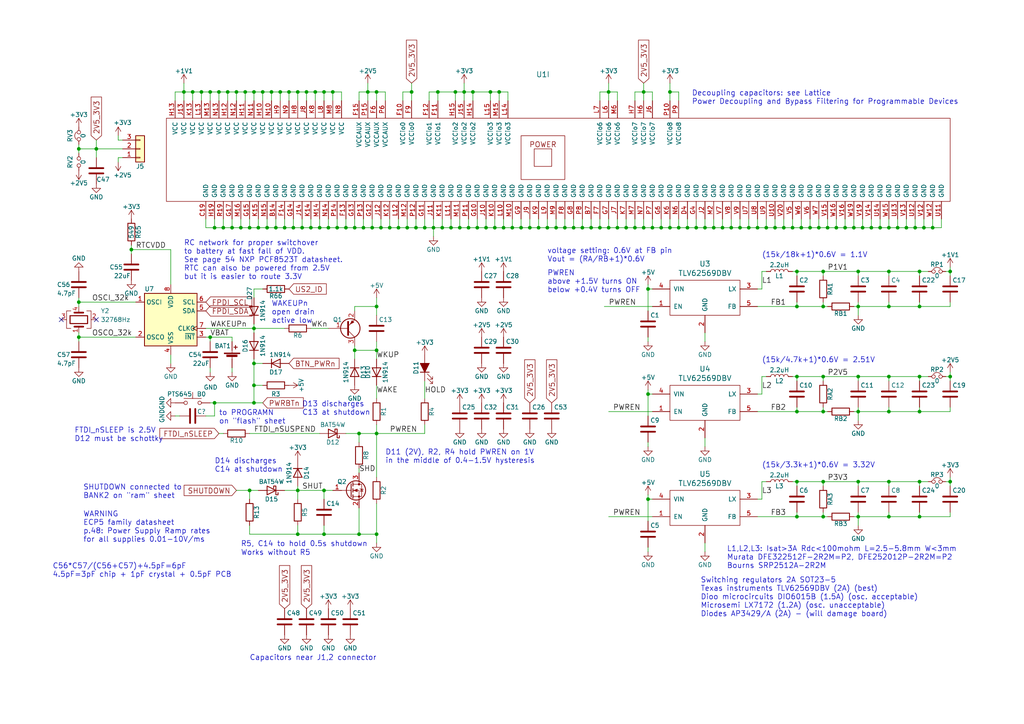
<source format=kicad_sch>
(kicad_sch (version 20211123) (generator eeschema)
  (paper "A4")
  (title_block (title "ULX3S") (rev "1.0.8") (company "EMARD") (comment 1 "Power"))
  (junction (at 93.98 154.94))
  (junction (at 119.38 26.67))
  (junction (at 125.73 66.04))
  (junction (at 135.89 66.04))
  (junction (at 234.95 66.04))
  (junction (at 62.23 66.04))
  (junction (at 77.47 66.04))
  (junction (at 255.27 66.04))
  (junction (at 231.14 149.86))
  (junction (at 199.39 66.04))
  (junction (at 196.85 66.04))
  (junction (at 142.24 26.67))
  (junction (at 222.25 66.04))
  (junction (at 137.16 26.67))
  (junction (at 78.74 26.67))
  (junction (at 144.78 26.67))
  (junction (at 133.35 66.04))
  (junction (at 82.55 66.04))
  (junction (at 97.79 66.04))
  (junction (at 68.58 26.67))
  (junction (at 73.66 26.67))
  (junction (at 58.42 26.67))
  (junction (at 72.39 66.04))
  (junction (at 90.17 66.04))
  (junction (at 81.28 26.67))
  (junction (at 257.81 78.74))
  (junction (at 237.49 66.04))
  (junction (at 143.51 66.04))
  (junction (at 67.31 66.04))
  (junction (at 173.99 66.04))
  (junction (at 238.76 149.86))
  (junction (at 134.62 26.67))
  (junction (at 248.92 119.38))
  (junction (at 231.14 78.74))
  (junction (at 252.73 66.04))
  (junction (at 106.68 26.67))
  (junction (at 146.05 66.04))
  (junction (at 257.81 119.38))
  (junction (at 92.71 66.04))
  (junction (at 120.65 66.04))
  (junction (at 176.53 66.04))
  (junction (at 247.65 66.04))
  (junction (at 127 26.67))
  (junction (at 140.97 66.04))
  (junction (at 104.14 125.73))
  (junction (at 73.66 111.76))
  (junction (at 138.43 66.04))
  (junction (at 209.55 66.04))
  (junction (at 163.83 66.04))
  (junction (at 238.76 78.74))
  (junction (at 187.96 83.82))
  (junction (at 187.96 114.3))
  (junction (at 158.75 66.04))
  (junction (at 27.94 43.18))
  (junction (at 115.57 66.04))
  (junction (at 248.92 78.74))
  (junction (at 266.7 149.86))
  (junction (at 248.92 149.86))
  (junction (at 148.59 66.04))
  (junction (at 71.12 26.67))
  (junction (at 257.81 88.9))
  (junction (at 207.01 66.04))
  (junction (at 110.49 66.04))
  (junction (at 132.08 26.67))
  (junction (at 212.09 66.04))
  (junction (at 55.88 26.67))
  (junction (at 109.22 125.73))
  (junction (at 102.87 66.04))
  (junction (at 262.89 66.04))
  (junction (at 91.44 26.67))
  (junction (at 267.97 66.04))
  (junction (at 179.07 66.04))
  (junction (at 166.37 66.04))
  (junction (at 266.7 119.38))
  (junction (at 260.35 66.04))
  (junction (at 194.31 26.67))
  (junction (at 275.59 139.7))
  (junction (at 93.98 26.67))
  (junction (at 238.76 139.7))
  (junction (at 168.91 66.04))
  (junction (at 74.93 66.04))
  (junction (at 240.03 66.04))
  (junction (at 266.7 88.9))
  (junction (at 232.41 66.04))
  (junction (at 265.43 66.04))
  (junction (at 73.66 105.41))
  (junction (at 73.66 95.25))
  (junction (at 83.82 26.67))
  (junction (at 191.77 66.04))
  (junction (at 189.23 66.04))
  (junction (at 63.5 26.67))
  (junction (at 86.36 142.24))
  (junction (at 102.87 101.6))
  (junction (at 266.7 109.22))
  (junction (at 204.47 66.04))
  (junction (at 95.25 66.04))
  (junction (at 238.76 119.38))
  (junction (at 93.98 142.24))
  (junction (at 53.34 26.67))
  (junction (at 100.33 66.04))
  (junction (at 176.53 26.67))
  (junction (at 161.29 66.04))
  (junction (at 60.96 26.67))
  (junction (at 96.52 26.67))
  (junction (at 231.14 139.7))
  (junction (at 242.57 66.04))
  (junction (at 22.86 43.18))
  (junction (at 128.27 66.04))
  (junction (at 181.61 66.04))
  (junction (at 156.21 66.04))
  (junction (at 257.81 109.22))
  (junction (at 187.96 144.78))
  (junction (at 224.79 66.04))
  (junction (at 250.19 66.04))
  (junction (at 151.13 66.04))
  (junction (at 214.63 66.04))
  (junction (at 248.92 139.7))
  (junction (at 22.86 97.79))
  (junction (at 62.23 116.84))
  (junction (at 257.81 139.7))
  (junction (at 104.14 154.94))
  (junction (at 72.39 142.24))
  (junction (at 87.63 66.04))
  (junction (at 109.22 88.9))
  (junction (at 113.03 66.04))
  (junction (at 105.41 66.04))
  (junction (at 231.14 119.38))
  (junction (at 184.15 66.04))
  (junction (at 80.01 66.04))
  (junction (at 109.22 154.94))
  (junction (at 22.86 87.63))
  (junction (at 38.1 72.39))
  (junction (at 64.77 66.04))
  (junction (at 266.7 139.7))
  (junction (at 85.09 66.04))
  (junction (at 60.96 97.79))
  (junction (at 153.67 66.04))
  (junction (at 248.92 109.22))
  (junction (at 231.14 109.22))
  (junction (at 123.19 66.04))
  (junction (at 66.04 26.67))
  (junction (at 118.11 66.04))
  (junction (at 257.81 149.86))
  (junction (at 238.76 88.9))
  (junction (at 88.9 26.67))
  (junction (at 275.59 109.22))
  (junction (at 266.7 78.74))
  (junction (at 275.59 78.74))
  (junction (at 109.22 26.67))
  (junction (at 186.69 66.04))
  (junction (at 231.14 88.9))
  (junction (at 86.36 26.67))
  (junction (at 201.93 66.04))
  (junction (at 76.2 26.67))
  (junction (at 270.51 66.04))
  (junction (at 171.45 66.04))
  (junction (at 107.95 66.04))
  (junction (at 238.76 109.22))
  (junction (at 227.33 66.04))
  (junction (at 73.66 116.84))
  (junction (at 130.81 66.04))
  (junction (at 245.11 66.04))
  (junction (at 186.69 26.67))
  (junction (at 219.71 66.04))
  (junction (at 86.36 154.94))
  (junction (at 109.22 101.6))
  (junction (at 217.17 66.04))
  (junction (at 69.85 66.04))
  (junction (at 248.92 88.9))
  (junction (at 257.81 66.04))
  (junction (at 229.87 66.04))
  (junction (at 194.31 66.04))
  (no_connect (at 17.78 92.71))
  (no_connect (at 27.94 92.71))
  (wire (pts (xy 50.8 120.65) (xy 52.07 120.65)))
  (wire (pts (xy 248.92 109.22) (xy 248.92 110.49)))
  (wire (pts (xy 252.73 63.5) (xy 252.73 66.04)))
  (wire (pts (xy 267.97 66.04) (xy 270.51 66.04)))
  (wire (pts (xy 123.19 63.5) (xy 123.19 66.04)))
  (wire (pts (xy 184.15 66.04) (xy 186.69 66.04)))
  (wire (pts (xy 204.47 157.48) (xy 204.47 160.02)))
  (wire (pts (xy 187.96 97.79) (xy 187.96 99.06)))
  (wire (pts (xy 217.17 63.5) (xy 217.17 66.04)))
  (wire (pts (xy 187.96 144.78) (xy 189.23 144.78)))
  (wire (pts (xy 27.94 43.18) (xy 35.56 43.18)))
  (wire (pts (xy 257.81 109.22) (xy 266.7 109.22)))
  (wire (pts (xy 266.7 139.7) (xy 269.24 139.7)))
  (wire (pts (xy 72.39 142.24) (xy 72.39 144.78)))
  (wire (pts (xy 187.96 113.03) (xy 187.96 114.3)))
  (wire (pts (xy 76.2 26.67) (xy 76.2 29.21)))
  (wire (pts (xy 147.32 26.67) (xy 147.32 29.21)))
  (wire (pts (xy 78.74 26.67) (xy 78.74 29.21)))
  (wire (pts (xy 207.01 63.5) (xy 207.01 66.04)))
  (wire (pts (xy 68.58 142.24) (xy 72.39 142.24)))
  (wire (pts (xy 105.41 66.04) (xy 107.95 66.04)))
  (wire (pts (xy 123.19 66.04) (xy 125.73 66.04)))
  (wire (pts (xy 191.77 63.5) (xy 191.77 66.04)))
  (wire (pts (xy 184.15 26.67) (xy 186.69 26.67)))
  (wire (pts (xy 248.92 149.86) (xy 257.81 149.86)))
  (wire (pts (xy 231.14 87.63) (xy 231.14 88.9)))
  (wire (pts (xy 248.92 119.38) (xy 257.81 119.38)))
  (wire (pts (xy 59.69 63.5) (xy 59.69 66.04)))
  (wire (pts (xy 273.05 66.04) (xy 273.05 63.5)))
  (wire (pts (xy 220.98 83.82) (xy 219.71 83.82)))
  (wire (pts (xy 266.7 78.74) (xy 266.7 80.01)))
  (wire (pts (xy 73.66 26.67) (xy 73.66 29.21)))
  (wire (pts (xy 62.23 120.65) (xy 62.23 116.84)))
  (wire (pts (xy 104.14 137.16) (xy 104.14 135.89)))
  (wire (pts (xy 96.52 26.67) (xy 99.06 26.67)))
  (wire (pts (xy 102.87 63.5) (xy 102.87 66.04)))
  (wire (pts (xy 191.77 66.04) (xy 194.31 66.04)))
  (wire (pts (xy 128.27 66.04) (xy 130.81 66.04)))
  (wire (pts (xy 68.58 26.67) (xy 71.12 26.67)))
  (wire (pts (xy 274.32 78.74) (xy 275.59 78.74)))
  (wire (pts (xy 63.5 26.67) (xy 66.04 26.67)))
  (wire (pts (xy 102.87 101.6) (xy 102.87 104.14)))
  (wire (pts (xy 257.81 63.5) (xy 257.81 66.04)))
  (wire (pts (xy 275.59 119.38) (xy 275.59 118.11)))
  (wire (pts (xy 245.11 63.5) (xy 245.11 66.04)))
  (wire (pts (xy 156.21 66.04) (xy 158.75 66.04)))
  (wire (pts (xy 219.71 63.5) (xy 219.71 66.04)))
  (wire (pts (xy 71.12 26.67) (xy 71.12 29.21)))
  (wire (pts (xy 135.89 66.04) (xy 138.43 66.04)))
  (wire (pts (xy 102.87 66.04) (xy 105.41 66.04)))
  (wire (pts (xy 72.39 125.73) (xy 92.71 125.73)))
  (wire (pts (xy 66.04 26.67) (xy 68.58 26.67)))
  (wire (pts (xy 266.7 149.86) (xy 275.59 149.86)))
  (wire (pts (xy 87.63 66.04) (xy 90.17 66.04)))
  (wire (pts (xy 212.09 63.5) (xy 212.09 66.04)))
  (wire (pts (xy 83.82 26.67) (xy 86.36 26.67)))
  (wire (pts (xy 257.81 78.74) (xy 257.81 80.01)))
  (wire (pts (xy 248.92 78.74) (xy 248.92 80.01)))
  (wire (pts (xy 266.7 88.9) (xy 266.7 87.63)))
  (wire (pts (xy 60.96 26.67) (xy 63.5 26.67)))
  (wire (pts (xy 73.66 26.67) (xy 76.2 26.67)))
  (wire (pts (xy 176.53 26.67) (xy 176.53 29.21)))
  (wire (pts (xy 77.47 66.04) (xy 80.01 66.04)))
  (wire (pts (xy 120.65 66.04) (xy 123.19 66.04)))
  (wire (pts (xy 92.71 63.5) (xy 92.71 66.04)))
  (wire (pts (xy 22.86 96.52) (xy 22.86 97.79)))
  (wire (pts (xy 187.96 83.82) (xy 189.23 83.82)))
  (wire (pts (xy 116.84 26.67) (xy 119.38 26.67)))
  (wire (pts (xy 90.17 66.04) (xy 92.71 66.04)))
  (wire (pts (xy 266.7 88.9) (xy 275.59 88.9)))
  (wire (pts (xy 134.62 26.67) (xy 137.16 26.67)))
  (wire (pts (xy 76.2 26.67) (xy 78.74 26.67)))
  (wire (pts (xy 179.07 66.04) (xy 181.61 66.04)))
  (wire (pts (xy 204.47 127) (xy 204.47 129.54)))
  (wire (pts (xy 87.63 63.5) (xy 87.63 66.04)))
  (wire (pts (xy 111.76 26.67) (xy 111.76 29.21)))
  (wire (pts (xy 138.43 63.5) (xy 138.43 66.04)))
  (wire (pts (xy 82.55 66.04) (xy 85.09 66.04)))
  (wire (pts (xy 232.41 63.5) (xy 232.41 66.04)))
  (wire (pts (xy 220.98 114.3) (xy 219.71 114.3)))
  (wire (pts (xy 91.44 26.67) (xy 91.44 29.21)))
  (wire (pts (xy 72.39 63.5) (xy 72.39 66.04)))
  (wire (pts (xy 91.44 26.67) (xy 93.98 26.67)))
  (wire (pts (xy 59.69 95.25) (xy 73.66 95.25)))
  (wire (pts (xy 34.29 40.64) (xy 35.56 40.64)))
  (wire (pts (xy 62.23 66.04) (xy 64.77 66.04)))
  (wire (pts (xy 189.23 63.5) (xy 189.23 66.04)))
  (wire (pts (xy 73.66 83.82) (xy 76.2 83.82)))
  (wire (pts (xy 140.97 63.5) (xy 140.97 66.04)))
  (wire (pts (xy 275.59 139.7) (xy 275.59 140.97)))
  (wire (pts (xy 260.35 63.5) (xy 260.35 66.04)))
  (wire (pts (xy 275.59 88.9) (xy 275.59 87.63)))
  (wire (pts (xy 171.45 63.5) (xy 171.45 66.04)))
  (wire (pts (xy 124.46 26.67) (xy 127 26.67)))
  (wire (pts (xy 247.65 63.5) (xy 247.65 66.04)))
  (wire (pts (xy 109.22 154.94) (xy 109.22 157.48)))
  (wire (pts (xy 266.7 78.74) (xy 269.24 78.74)))
  (wire (pts (xy 220.98 109.22) (xy 220.98 114.3)))
  (wire (pts (xy 58.42 26.67) (xy 60.96 26.67)))
  (wire (pts (xy 73.66 111.76) (xy 76.2 111.76)))
  (wire (pts (xy 120.65 63.5) (xy 120.65 66.04)))
  (wire (pts (xy 196.85 26.67) (xy 196.85 29.21)))
  (wire (pts (xy 113.03 63.5) (xy 113.03 66.04)))
  (wire (pts (xy 109.22 146.05) (xy 109.22 154.94)))
  (wire (pts (xy 95.25 66.04) (xy 97.79 66.04)))
  (wire (pts (xy 231.14 110.49) (xy 231.14 109.22)))
  (wire (pts (xy 72.39 66.04) (xy 74.93 66.04)))
  (wire (pts (xy 86.36 142.24) (xy 86.36 144.78)))
  (wire (pts (xy 73.66 105.41) (xy 73.66 111.76)))
  (wire (pts (xy 85.09 63.5) (xy 85.09 66.04)))
  (wire (pts (xy 201.93 66.04) (xy 204.47 66.04)))
  (wire (pts (xy 73.66 86.36) (xy 73.66 83.82)))
  (wire (pts (xy 67.31 63.5) (xy 67.31 66.04)))
  (wire (pts (xy 266.7 119.38) (xy 275.59 119.38)))
  (wire (pts (xy 100.33 63.5) (xy 100.33 66.04)))
  (wire (pts (xy 187.96 128.27) (xy 187.96 129.54)))
  (wire (pts (xy 133.35 66.04) (xy 135.89 66.04)))
  (wire (pts (xy 267.97 63.5) (xy 267.97 66.04)))
  (wire (pts (xy 106.68 24.13) (xy 106.68 26.67)))
  (wire (pts (xy 173.99 26.67) (xy 176.53 26.67)))
  (wire (pts (xy 179.07 63.5) (xy 179.07 66.04)))
  (wire (pts (xy 73.66 116.84) (xy 76.2 116.84)))
  (wire (pts (xy 68.58 26.67) (xy 68.58 29.21)))
  (wire (pts (xy 196.85 66.04) (xy 199.39 66.04)))
  (wire (pts (xy 93.98 26.67) (xy 93.98 29.21)))
  (wire (pts (xy 245.11 66.04) (xy 247.65 66.04)))
  (wire (pts (xy 22.86 86.36) (xy 22.86 87.63)))
  (wire (pts (xy 234.95 63.5) (xy 234.95 66.04)))
  (wire (pts (xy 123.19 115.57) (xy 123.19 110.49)))
  (wire (pts (xy 238.76 139.7) (xy 238.76 140.97)))
  (wire (pts (xy 270.51 66.04) (xy 273.05 66.04)))
  (wire (pts (xy 22.86 97.79) (xy 39.37 97.79)))
  (wire (pts (xy 248.92 149.86) (xy 248.92 152.4)))
  (wire (pts (xy 231.14 78.74) (xy 238.76 78.74)))
  (wire (pts (xy 81.28 26.67) (xy 83.82 26.67)))
  (wire (pts (xy 92.71 66.04) (xy 95.25 66.04)))
  (wire (pts (xy 144.78 26.67) (xy 147.32 26.67)))
  (wire (pts (xy 53.34 26.67) (xy 55.88 26.67)))
  (wire (pts (xy 104.14 29.21) (xy 104.14 26.67)))
  (wire (pts (xy 148.59 63.5) (xy 148.59 66.04)))
  (wire (pts (xy 59.69 97.79) (xy 60.96 97.79)))
  (wire (pts (xy 262.89 66.04) (xy 265.43 66.04)))
  (wire (pts (xy 227.33 66.04) (xy 229.87 66.04)))
  (wire (pts (xy 153.67 63.5) (xy 153.67 66.04)))
  (wire (pts (xy 72.39 154.94) (xy 86.36 154.94)))
  (wire (pts (xy 168.91 63.5) (xy 168.91 66.04)))
  (wire (pts (xy 113.03 66.04) (xy 115.57 66.04)))
  (wire (pts (xy 163.83 63.5) (xy 163.83 66.04)))
  (wire (pts (xy 96.52 26.67) (xy 96.52 29.21)))
  (wire (pts (xy 219.71 66.04) (xy 222.25 66.04)))
  (wire (pts (xy 135.89 63.5) (xy 135.89 66.04)))
  (wire (pts (xy 238.76 109.22) (xy 248.92 109.22)))
  (wire (pts (xy 257.81 88.9) (xy 266.7 88.9)))
  (wire (pts (xy 137.16 26.67) (xy 142.24 26.67)))
  (wire (pts (xy 189.23 149.86) (xy 176.53 149.86)))
  (wire (pts (xy 257.81 119.38) (xy 266.7 119.38)))
  (wire (pts (xy 55.88 26.67) (xy 58.42 26.67)))
  (wire (pts (xy 106.68 26.67) (xy 106.68 29.21)))
  (wire (pts (xy 109.22 101.6) (xy 102.87 101.6)))
  (wire (pts (xy 242.57 63.5) (xy 242.57 66.04)))
  (wire (pts (xy 119.38 26.67) (xy 119.38 29.21)))
  (wire (pts (xy 88.9 26.67) (xy 91.44 26.67)))
  (wire (pts (xy 148.59 66.04) (xy 151.13 66.04)))
  (wire (pts (xy 194.31 66.04) (xy 196.85 66.04)))
  (wire (pts (xy 238.76 109.22) (xy 238.76 110.49)))
  (wire (pts (xy 58.42 26.67) (xy 58.42 29.21)))
  (wire (pts (xy 109.22 125.73) (xy 123.19 125.73)))
  (wire (pts (xy 53.34 26.67) (xy 53.34 29.21)))
  (wire (pts (xy 82.55 63.5) (xy 82.55 66.04)))
  (wire (pts (xy 156.21 63.5) (xy 156.21 66.04)))
  (wire (pts (xy 227.33 63.5) (xy 227.33 66.04)))
  (wire (pts (xy 138.43 66.04) (xy 140.97 66.04)))
  (wire (pts (xy 229.87 66.04) (xy 232.41 66.04)))
  (wire (pts (xy 27.94 43.18) (xy 27.94 45.72)))
  (wire (pts (xy 262.89 63.5) (xy 262.89 66.04)))
  (wire (pts (xy 104.14 154.94) (xy 109.22 154.94)))
  (wire (pts (xy 60.96 106.68) (xy 60.96 107.95)))
  (wire (pts (xy 186.69 26.67) (xy 186.69 29.21)))
  (wire (pts (xy 22.86 43.18) (xy 22.86 41.91)))
  (wire (pts (xy 266.7 119.38) (xy 266.7 118.11)))
  (wire (pts (xy 102.87 100.33) (xy 102.87 101.6)))
  (wire (pts (xy 73.66 105.41) (xy 76.2 105.41)))
  (wire (pts (xy 187.96 82.55) (xy 187.96 83.82)))
  (wire (pts (xy 219.71 119.38) (xy 231.14 119.38)))
  (wire (pts (xy 265.43 66.04) (xy 267.97 66.04)))
  (wire (pts (xy 194.31 63.5) (xy 194.31 66.04)))
  (wire (pts (xy 196.85 63.5) (xy 196.85 66.04)))
  (wire (pts (xy 231.14 119.38) (xy 238.76 119.38)))
  (wire (pts (xy 189.23 26.67) (xy 189.23 29.21)))
  (wire (pts (xy 130.81 66.04) (xy 133.35 66.04)))
  (wire (pts (xy 238.76 119.38) (xy 240.03 119.38)))
  (wire (pts (xy 86.36 152.4) (xy 86.36 154.94)))
  (wire (pts (xy 257.81 139.7) (xy 257.81 140.97)))
  (wire (pts (xy 74.93 63.5) (xy 74.93 66.04)))
  (wire (pts (xy 257.81 149.86) (xy 266.7 149.86)))
  (wire (pts (xy 72.39 142.24) (xy 74.93 142.24)))
  (wire (pts (xy 275.59 78.74) (xy 275.59 80.01)))
  (wire (pts (xy 186.69 63.5) (xy 186.69 66.04)))
  (wire (pts (xy 266.7 109.22) (xy 269.24 109.22)))
  (wire (pts (xy 90.17 95.25) (xy 95.25 95.25)))
  (wire (pts (xy 186.69 26.67) (xy 189.23 26.67)))
  (wire (pts (xy 133.35 63.5) (xy 133.35 66.04)))
  (wire (pts (xy 229.87 109.22) (xy 231.14 109.22)))
  (wire (pts (xy 181.61 63.5) (xy 181.61 66.04)))
  (wire (pts (xy 231.14 139.7) (xy 238.76 139.7)))
  (wire (pts (xy 109.22 26.67) (xy 111.76 26.67)))
  (wire (pts (xy 238.76 78.74) (xy 248.92 78.74)))
  (wire (pts (xy 73.66 95.25) (xy 82.55 95.25)))
  (wire (pts (xy 64.77 63.5) (xy 64.77 66.04)))
  (wire (pts (xy 194.31 26.67) (xy 194.31 29.21)))
  (wire (pts (xy 220.98 78.74) (xy 222.25 78.74)))
  (wire (pts (xy 248.92 78.74) (xy 257.81 78.74)))
  (wire (pts (xy 60.96 99.06) (xy 60.96 97.79)))
  (wire (pts (xy 207.01 66.04) (xy 209.55 66.04)))
  (wire (pts (xy 187.96 158.75) (xy 187.96 160.02)))
  (wire (pts (xy 248.92 88.9) (xy 248.92 91.44)))
  (wire (pts (xy 49.53 72.39) (xy 49.53 82.55)))
  (wire (pts (xy 220.98 109.22) (xy 222.25 109.22)))
  (wire (pts (xy 66.04 26.67) (xy 66.04 29.21)))
  (wire (pts (xy 151.13 63.5) (xy 151.13 66.04)))
  (wire (pts (xy 86.36 26.67) (xy 88.9 26.67)))
  (wire (pts (xy 186.69 24.13) (xy 186.69 26.67)))
  (wire (pts (xy 104.14 125.73) (xy 104.14 128.27)))
  (wire (pts (xy 86.36 26.67) (xy 86.36 29.21)))
  (wire (pts (xy 137.16 26.67) (xy 137.16 29.21)))
  (wire (pts (xy 50.8 26.67) (xy 50.8 29.21)))
  (wire (pts (xy 118.11 66.04) (xy 120.65 66.04)))
  (wire (pts (xy 238.76 119.38) (xy 238.76 118.11)))
  (wire (pts (xy 242.57 66.04) (xy 245.11 66.04)))
  (wire (pts (xy 187.96 143.51) (xy 187.96 144.78)))
  (wire (pts (xy 173.99 63.5) (xy 173.99 66.04)))
  (wire (pts (xy 166.37 63.5) (xy 166.37 66.04)))
  (wire (pts (xy 275.59 109.22) (xy 275.59 110.49)))
  (wire (pts (xy 237.49 63.5) (xy 237.49 66.04)))
  (wire (pts (xy 67.31 106.68) (xy 67.31 107.95)))
  (wire (pts (xy 234.95 66.04) (xy 237.49 66.04)))
  (wire (pts (xy 118.11 63.5) (xy 118.11 66.04)))
  (wire (pts (xy 119.38 24.13) (xy 119.38 26.67)))
  (wire (pts (xy 257.81 139.7) (xy 266.7 139.7)))
  (wire (pts (xy 115.57 63.5) (xy 115.57 66.04)))
  (wire (pts (xy 93.98 26.67) (xy 96.52 26.67)))
  (wire (pts (xy 125.73 66.04) (xy 128.27 66.04)))
  (wire (pts (xy 110.49 63.5) (xy 110.49 66.04)))
  (wire (pts (xy 99.06 26.67) (xy 99.06 29.21)))
  (wire (pts (xy 168.91 66.04) (xy 171.45 66.04)))
  (wire (pts (xy 250.19 66.04) (xy 252.73 66.04)))
  (wire (pts (xy 240.03 66.04) (xy 242.57 66.04)))
  (wire (pts (xy 247.65 149.86) (xy 248.92 149.86)))
  (wire (pts (xy 231.14 149.86) (xy 238.76 149.86)))
  (wire (pts (xy 38.1 72.39) (xy 49.53 72.39)))
  (wire (pts (xy 134.62 24.13) (xy 134.62 26.67)))
  (wire (pts (xy 238.76 149.86) (xy 238.76 148.59)))
  (wire (pts (xy 109.22 99.06) (xy 109.22 101.6)))
  (wire (pts (xy 189.23 66.04) (xy 191.77 66.04)))
  (wire (pts (xy 217.17 66.04) (xy 219.71 66.04)))
  (wire (pts (xy 232.41 66.04) (xy 234.95 66.04)))
  (wire (pts (xy 176.53 66.04) (xy 179.07 66.04)))
  (wire (pts (xy 265.43 63.5) (xy 265.43 66.04)))
  (wire (pts (xy 73.66 104.14) (xy 73.66 105.41)))
  (wire (pts (xy 109.22 86.36) (xy 109.22 88.9)))
  (wire (pts (xy 132.08 26.67) (xy 132.08 29.21)))
  (wire (pts (xy 270.51 63.5) (xy 270.51 66.04)))
  (wire (pts (xy 59.69 120.65) (xy 62.23 120.65)))
  (wire (pts (xy 125.73 66.04) (xy 125.73 68.58)))
  (wire (pts (xy 166.37 66.04) (xy 168.91 66.04)))
  (wire (pts (xy 104.14 26.67) (xy 106.68 26.67)))
  (wire (pts (xy 102.87 88.9) (xy 109.22 88.9)))
  (wire (pts (xy 77.47 63.5) (xy 77.47 66.04)))
  (wire (pts (xy 143.51 66.04) (xy 146.05 66.04)))
  (wire (pts (xy 260.35 66.04) (xy 262.89 66.04)))
  (wire (pts (xy 109.22 123.19) (xy 109.22 125.73)))
  (wire (pts (xy 275.59 149.86) (xy 275.59 148.59)))
  (wire (pts (xy 248.92 88.9) (xy 257.81 88.9)))
  (wire (pts (xy 60.96 26.67) (xy 60.96 29.21)))
  (wire (pts (xy 231.14 88.9) (xy 238.76 88.9)))
  (wire (pts (xy 34.29 45.72) (xy 35.56 45.72)))
  (wire (pts (xy 257.81 88.9) (xy 257.81 87.63)))
  (wire (pts (xy 266.7 109.22) (xy 266.7 110.49)))
  (wire (pts (xy 71.12 26.67) (xy 73.66 26.67)))
  (wire (pts (xy 109.22 125.73) (xy 109.22 138.43)))
  (wire (pts (xy 100.33 66.04) (xy 102.87 66.04)))
  (wire (pts (xy 229.87 63.5) (xy 229.87 66.04)))
  (wire (pts (xy 27.94 40.64) (xy 27.94 43.18)))
  (wire (pts (xy 231.14 140.97) (xy 231.14 139.7)))
  (wire (pts (xy 257.81 109.22) (xy 257.81 110.49)))
  (wire (pts (xy 247.65 88.9) (xy 248.92 88.9)))
  (wire (pts (xy 220.98 139.7) (xy 222.25 139.7)))
  (wire (pts (xy 74.93 66.04) (xy 77.47 66.04)))
  (wire (pts (xy 153.67 66.04) (xy 156.21 66.04)))
  (wire (pts (xy 93.98 154.94) (xy 104.14 154.94)))
  (wire (pts (xy 237.49 66.04) (xy 240.03 66.04)))
  (wire (pts (xy 161.29 66.04) (xy 163.83 66.04)))
  (wire (pts (xy 204.47 96.52) (xy 204.47 99.06)))
  (wire (pts (xy 86.36 140.97) (xy 86.36 142.24)))
  (wire (pts (xy 73.66 93.98) (xy 73.66 95.25)))
  (wire (pts (xy 110.49 66.04) (xy 113.03 66.04)))
  (wire (pts (xy 199.39 63.5) (xy 199.39 66.04)))
  (wire (pts (xy 238.76 149.86) (xy 240.03 149.86)))
  (wire (pts (xy 95.25 63.5) (xy 95.25 66.04)))
  (wire (pts (xy 22.86 43.18) (xy 27.94 43.18)))
  (wire (pts (xy 85.09 66.04) (xy 87.63 66.04)))
  (wire (pts (xy 93.98 154.94) (xy 93.98 152.4)))
  (wire (pts (xy 184.15 63.5) (xy 184.15 66.04)))
  (wire (pts (xy 181.61 66.04) (xy 184.15 66.04)))
  (wire (pts (xy 214.63 66.04) (xy 217.17 66.04)))
  (wire (pts (xy 266.7 149.86) (xy 266.7 148.59)))
  (wire (pts (xy 229.87 78.74) (xy 231.14 78.74)))
  (wire (pts (xy 158.75 66.04) (xy 161.29 66.04)))
  (wire (pts (xy 204.47 63.5) (xy 204.47 66.04)))
  (wire (pts (xy 142.24 26.67) (xy 142.24 29.21)))
  (wire (pts (xy 146.05 66.04) (xy 148.59 66.04)))
  (wire (pts (xy 229.87 139.7) (xy 231.14 139.7)))
  (wire (pts (xy 184.15 26.67) (xy 184.15 29.21)))
  (wire (pts (xy 240.03 63.5) (xy 240.03 66.04)))
  (wire (pts (xy 173.99 26.67) (xy 173.99 29.21)))
  (wire (pts (xy 22.86 99.06) (xy 22.86 97.79)))
  (wire (pts (xy 238.76 78.74) (xy 238.76 80.01)))
  (wire (pts (xy 69.85 66.04) (xy 72.39 66.04)))
  (wire (pts (xy 50.8 26.67) (xy 53.34 26.67)))
  (wire (pts (xy 123.19 125.73) (xy 123.19 123.19)))
  (wire (pts (xy 220.98 139.7) (xy 220.98 144.78)))
  (wire (pts (xy 257.81 66.04) (xy 260.35 66.04)))
  (wire (pts (xy 257.81 149.86) (xy 257.81 148.59)))
  (wire (pts (xy 219.71 149.86) (xy 231.14 149.86)))
  (wire (pts (xy 73.66 111.76) (xy 73.66 116.84)))
  (wire (pts (xy 109.22 88.9) (xy 109.22 91.44)))
  (wire (pts (xy 189.23 119.38) (xy 176.53 119.38)))
  (wire (pts (xy 106.68 26.67) (xy 109.22 26.67)))
  (wire (pts (xy 55.88 26.67) (xy 55.88 29.21)))
  (wire (pts (xy 90.17 63.5) (xy 90.17 66.04)))
  (wire (pts (xy 22.86 43.18) (xy 22.86 44.45)))
  (wire (pts (xy 130.81 63.5) (xy 130.81 66.04)))
  (wire (pts (xy 49.53 102.87) (xy 49.53 105.41)))
  (wire (pts (xy 186.69 66.04) (xy 189.23 66.04)))
  (wire (pts (xy 81.28 26.67) (xy 81.28 29.21)))
  (wire (pts (xy 255.27 63.5) (xy 255.27 66.04)))
  (wire (pts (xy 189.23 88.9) (xy 175.26 88.9)))
  (wire (pts (xy 250.19 63.5) (xy 250.19 66.04)))
  (wire (pts (xy 176.53 26.67) (xy 179.07 26.67)))
  (wire (pts (xy 194.31 26.67) (xy 196.85 26.67)))
  (wire (pts (xy 274.32 139.7) (xy 275.59 139.7)))
  (wire (pts (xy 161.29 63.5) (xy 161.29 66.04)))
  (wire (pts (xy 248.92 109.22) (xy 257.81 109.22)))
  (wire (pts (xy 194.31 24.13) (xy 194.31 26.67)))
  (wire (pts (xy 80.01 66.04) (xy 82.55 66.04)))
  (wire (pts (xy 22.86 88.9) (xy 22.86 87.63)))
  (wire (pts (xy 67.31 97.79) (xy 67.31 99.06)))
  (wire (pts (xy 176.53 24.13) (xy 176.53 26.67)))
  (wire (pts (xy 127 26.67) (xy 127 29.21)))
  (wire (pts (xy 73.66 95.25) (xy 73.66 96.52)))
  (wire (pts (xy 78.74 26.67) (xy 81.28 26.67)))
  (wire (pts (xy 187.96 114.3) (xy 187.96 120.65)))
  (wire (pts (xy 187.96 83.82) (xy 187.96 90.17)))
  (wire (pts (xy 109.22 101.6) (xy 109.22 104.14)))
  (wire (pts (xy 97.79 63.5) (xy 97.79 66.04)))
  (wire (pts (xy 231.14 109.22) (xy 238.76 109.22)))
  (wire (pts (xy 109.22 26.67) (xy 109.22 29.21)))
  (wire (pts (xy 266.7 139.7) (xy 266.7 140.97)))
  (wire (pts (xy 238.76 139.7) (xy 248.92 139.7)))
  (wire (pts (xy 187.96 144.78) (xy 187.96 151.13)))
  (wire (pts (xy 255.27 66.04) (xy 257.81 66.04)))
  (wire (pts (xy 274.32 109.22) (xy 275.59 109.22)))
  (wire (pts (xy 107.95 66.04) (xy 110.49 66.04)))
  (wire (pts (xy 59.69 66.04) (xy 62.23 66.04)))
  (wire (pts (xy 275.59 138.43) (xy 275.59 139.7)))
  (wire (pts (xy 248.92 139.7) (xy 257.81 139.7)))
  (wire (pts (xy 231.14 80.01) (xy 231.14 78.74)))
  (wire (pts (xy 97.79 66.04) (xy 100.33 66.04)))
  (wire (pts (xy 86.36 154.94) (xy 93.98 154.94)))
  (wire (pts (xy 64.77 66.04) (xy 67.31 66.04)))
  (wire (pts (xy 132.08 26.67) (xy 134.62 26.67)))
  (wire (pts (xy 247.65 66.04) (xy 250.19 66.04)))
  (wire (pts (xy 73.66 116.84) (xy 62.23 116.84)))
  (wire (pts (xy 209.55 63.5) (xy 209.55 66.04)))
  (wire (pts (xy 116.84 26.67) (xy 116.84 29.21)))
  (wire (pts (xy 275.59 107.95) (xy 275.59 109.22)))
  (wire (pts (xy 104.14 154.94) (xy 104.14 147.32)))
  (wire (pts (xy 86.36 142.24) (xy 93.98 142.24)))
  (wire (pts (xy 128.27 63.5) (xy 128.27 66.04)))
  (wire (pts (xy 22.86 87.63) (xy 39.37 87.63)))
  (wire (pts (xy 238.76 88.9) (xy 240.03 88.9)))
  (wire (pts (xy 176.53 63.5) (xy 176.53 66.04)))
  (wire (pts (xy 34.29 46.99) (xy 34.29 45.72)))
  (wire (pts (xy 248.92 139.7) (xy 248.92 140.97)))
  (wire (pts (xy 248.92 119.38) (xy 248.92 121.92)))
  (wire (pts (xy 69.85 63.5) (xy 69.85 66.04)))
  (wire (pts (xy 62.23 116.84) (xy 60.96 116.84)))
  (wire (pts (xy 187.96 114.3) (xy 189.23 114.3)))
  (wire (pts (xy 248.92 87.63) (xy 248.92 88.9)))
  (wire (pts (xy 257.81 119.38) (xy 257.81 118.11)))
  (wire (pts (xy 93.98 142.24) (xy 93.98 144.78)))
  (wire (pts (xy 67.31 66.04) (xy 69.85 66.04)))
  (wire (pts (xy 220.98 78.74) (xy 220.98 83.82)))
  (wire (pts (xy 252.73 66.04) (xy 255.27 66.04)))
  (wire (pts (xy 38.1 71.12) (xy 38.1 72.39)))
  (wire (pts (xy 201.93 63.5) (xy 201.93 66.04)))
  (wire (pts (xy 93.98 142.24) (xy 96.52 142.24)))
  (wire (pts (xy 231.14 118.11) (xy 231.14 119.38)))
  (wire (pts (xy 257.81 78.74) (xy 266.7 78.74)))
  (wire (pts (xy 102.87 90.17) (xy 102.87 88.9)))
  (wire (pts (xy 80.01 63.5) (xy 80.01 66.04)))
  (wire (pts (xy 275.59 77.47) (xy 275.59 78.74)))
  (wire (pts (xy 204.47 66.04) (xy 207.01 66.04)))
  (wire (pts (xy 83.82 26.67) (xy 83.82 29.21)))
  (wire (pts (xy 212.09 66.04) (xy 214.63 66.04)))
  (wire (pts (xy 134.62 26.67) (xy 134.62 29.21)))
  (wire (pts (xy 62.23 63.5) (xy 62.23 66.04)))
  (wire (pts (xy 222.25 63.5) (xy 222.25 66.04)))
  (wire (pts (xy 179.07 26.67) (xy 179.07 29.21)))
  (wire (pts (xy 107.95 63.5) (xy 107.95 66.04)))
  (wire (pts (xy 63.5 125.73) (xy 64.77 125.73)))
  (wire (pts (xy 60.96 97.79) (xy 67.31 97.79)))
  (wire (pts (xy 144.78 26.67) (xy 144.78 29.21)))
  (wire (pts (xy 173.99 66.04) (xy 176.53 66.04)))
  (wire (pts (xy 214.63 63.5) (xy 214.63 66.04)))
  (wire (pts (xy 248.92 148.59) (xy 248.92 149.86)))
  (wire (pts (xy 88.9 26.67) (xy 88.9 29.21)))
  (wire (pts (xy 140.97 66.04) (xy 143.51 66.04)))
  (wire (pts (xy 219.71 88.9) (xy 231.14 88.9)))
  (wire (pts (xy 222.25 66.04) (xy 224.79 66.04)))
  (wire (pts (xy 38.1 72.39) (xy 38.1 73.66)))
  (wire (pts (xy 220.98 144.78) (xy 219.71 144.78)))
  (wire (pts (xy 124.46 26.67) (xy 124.46 29.21)))
  (wire (pts (xy 238.76 88.9) (xy 238.76 87.63)))
  (wire (pts (xy 247.65 119.38) (xy 248.92 119.38)))
  (wire (pts (xy 146.05 63.5) (xy 146.05 66.04)))
  (wire (pts (xy 105.41 63.5) (xy 105.41 66.04)))
  (wire (pts (xy 104.14 125.73) (xy 109.22 125.73)))
  (wire (pts (xy 53.34 24.13) (xy 53.34 26.67)))
  (wire (pts (xy 100.33 125.73) (xy 104.14 125.73)))
  (wire (pts (xy 163.83 66.04) (xy 166.37 66.04)))
  (wire (pts (xy 34.29 39.37) (xy 34.29 40.64)))
  (wire (pts (xy 125.73 63.5) (xy 125.73 66.04)))
  (wire (pts (xy 231.14 148.59) (xy 231.14 149.86)))
  (wire (pts (xy 224.79 66.04) (xy 227.33 66.04)))
  (wire (pts (xy 199.39 66.04) (xy 201.93 66.04)))
  (wire (pts (xy 72.39 152.4) (xy 72.39 154.94)))
  (wire (pts (xy 158.75 63.5) (xy 158.75 66.04)))
  (wire (pts (xy 209.55 66.04) (xy 212.09 66.04)))
  (wire (pts (xy 224.79 63.5) (xy 224.79 66.04)))
  (wire (pts (xy 82.55 142.24) (xy 86.36 142.24)))
  (wire (pts (xy 63.5 26.67) (xy 63.5 29.21)))
  (wire (pts (xy 151.13 66.04) (xy 153.67 66.04)))
  (wire (pts (xy 115.57 66.04) (xy 118.11 66.04)))
  (wire (pts (xy 109.22 115.57) (xy 109.22 111.76)))
  (wire (pts (xy 248.92 118.11) (xy 248.92 119.38)))
  (wire (pts (xy 171.45 66.04) (xy 173.99 66.04)))
  (wire (pts (xy 127 26.67) (xy 132.08 26.67)))
  (wire (pts (xy 143.51 63.5) (xy 143.51 66.04)))
  (wire (pts (xy 142.24 26.67) (xy 144.78 26.67)))
  (text "FTDI_nSLEEP is 2.5V\nD12 must be schottky" (at 21.59 128.27 0) (effects (font (size 1.524 1.524)) (justify left bottom)))
  (text "Switching regulators 2A SOT23-5\nTexas instruments TLV62569DBV (2A) (best)\nDioo microcircuits DIO6015B (1.5A) (osc. acceptable)\nMicrosemi LX7172 (1.2A) (osc. unacceptable)\nDiodes AP3429/A (2A) - (will damage board)\n" (at 203.2 179.07 0) (effects (font (size 1.524 1.524)) (justify left bottom)))
  (text "D14 discharges\nC14 at shutdown" (at 62.23 137.16 0) (effects (font (size 1.524 1.524)) (justify left bottom)))
  (text "R5, C14 to hold 0.5s shutdown" (at 69.85 158.75 0) (effects (font (size 1.524 1.524)) (justify left bottom)))
  (text "(15k/4.7k+1)*0.6V = 2.51V\n" (at 220.98 105.41 0) (effects (font (size 1.524 1.524)) (justify left bottom)))
  (text "Decoupling capacitors: see Lattice\nPower Decoupling and Bypass Filtering for Programmable Devices" (at 200.66 30.48 0) (effects (font (size 1.524 1.524)) (justify left bottom)))
  (text "D11 (2V), R2, R4 hold PWREN on 1V\nin the middle of 0.4-1.5V hysteresis" (at 111.76 134.62 0) (effects (font (size 1.524 1.524)) (justify left bottom)))
  (text "(15k/18k+1)*0.6V = 1.1V\n" (at 220.98 74.93 0) (effects (font (size 1.524 1.524)) (justify left bottom)))
  (text "Works without R5" (at 69.85 161.29 0) (effects (font (size 1.524 1.524)) (justify left bottom)))
  (text "WARNING\nECP5 family datasheet\np.48: Power Supply Ramp rates\nfor all supplies 0.01-10V/ms\n" (at 24.13 157.48 0) (effects (font (size 1.524 1.524)) (justify left bottom)))
  (text "C56*C57/(C56+C57)+4.5pF=6pF\n4.5pF=3pF chip + 1pF crystal + 0.5pF PCB" (at 15.24 167.64 0) (effects (font (size 1.524 1.524)) (justify left bottom)))
  (text "L1,L2,L3: Isat>3A Rdc<100mohm L=2.5-5.8mm W<3mm\nMurata DFE322512F-2R2M=P2, DFE252012P-2R2M=P2\nBourns SRP2512A-2R2M" (at 210.82 165.1 0) (effects (font (size 1.524 1.524)) (justify left bottom)))
  (text "(15k/3.3k+1)*0.6V = 3.32V\n" (at 220.98 135.89 0) (effects (font (size 1.524 1.524)) (justify left bottom)))
  (text "WAKEUPn\nopen drain \nactive low" (at 78.74 93.98 0) (effects (font (size 1.524 1.524)) (justify left bottom)))
  (text "RC network for proper switchover\nto battery at fast fall of VDD.\nSee page 54 NXP PCF8523T datasheet.\nRTC can also be powered from 2.5V\nbut it is easier to route 3.3V" (at 53.34 81.28 0) (effects (font (size 1.524 1.524)) (justify left bottom)))
  (text "voltage setting: 0.6V at FB pin\nVout = (RA/RB+1)*0.6V\n" (at 158.75 76.2 0) (effects (font (size 1.524 1.524)) (justify left bottom)))
  (text "to PROGRAMN\non \"flash\" sheet" (at 63.5 123.19 0) (effects (font (size 1.524 1.524)) (justify left bottom)))
  (text "PWREN\nabove +1.5V turns ON\nbelow +0.4V turns OFF" (at 158.75 85.09 0) (effects (font (size 1.524 1.524)) (justify left bottom)))
  (text "Capacitors near J1,2 connector" (at 72.39 191.77 0) (effects (font (size 1.524 1.524)) (justify left bottom)))
  (text "D13 discharges\nC13 at shutdown" (at 87.63 120.65 0) (effects (font (size 1.524 1.524)) (justify left bottom)))
  (text "SHUTDOWN connected to\nBANK2 on \"ram\" sheet" (at 24.13 144.78 0) (effects (font (size 1.524 1.524)) (justify left bottom)))
  (label "L1" (at 220.98 82.55 0) (effects (font (size 1.524 1.524))))
  (label "WKUP" (at 109.22 104.14 0) (effects (font (size 1.524 1.524))))
  (label "SHD" (at 104.14 137.16 0) (effects (font (size 1.524 1.524))))
  (label "WAKE" (at 109.22 114.3 0) (effects (font (size 1.524 1.524))))
  (label "P1V1" (at 240.03 78.74 0) (effects (font (size 1.524 1.524))))
  (label "FB2" (at 223.52 119.38 0) (effects (font (size 1.524 1.524))))
  (label "P2V5" (at 240.03 109.22 0) (effects (font (size 1.524 1.524))))
  (label "PWREN" (at 176.53 88.9 0) (effects (font (size 1.524 1.524))))
  (label "PWREN" (at 177.8 119.38 0) (effects (font (size 1.524 1.524))))
  (label "HOLD" (at 123.19 114.3 0) (effects (font (size 1.524 1.524))))
  (label "FB1" (at 223.52 88.9 0) (effects (font (size 1.524 1.524))))
  (label "P3V3" (at 240.03 139.7 0) (effects (font (size 1.524 1.524))))
  (label "OSCI_32k" (at 26.67 87.63 0) (effects (font (size 1.524 1.524))))
  (label "PWREN" (at 177.8 149.86 0) (effects (font (size 1.524 1.524))))
  (label "L3" (at 220.98 143.51 0) (effects (font (size 1.524 1.524))))
  (label "FB3" (at 223.52 149.86 0) (effects (font (size 1.524 1.524))))
  (label "RTCVDD" (at 39.37 72.39 0) (effects (font (size 1.524 1.524))))
  (label "PWREN" (at 113.03 125.73 0) (effects (font (size 1.524 1.524))))
  (label "SHUT" (at 87.63 142.24 0) (effects (font (size 1.524 1.524))))
  (label "WKn" (at 90.17 95.25 0) (effects (font (size 1.524 1.524))))
  (label "L2" (at 220.98 113.03 0) (effects (font (size 1.524 1.524))))
  (label "WAKEUPn" (at 60.96 95.25 0) (effects (font (size 1.524 1.524))))
  (label "OSCO_32k" (at 26.67 97.79 0) (effects (font (size 1.524 1.524))))
  (label "FTDI_nSUSPEND" (at 73.66 125.73 0) (effects (font (size 1.524 1.524))))
  (label "VBAT" (at 60.96 97.79 0) (effects (font (size 1.524 1.524))))
  (global_label "SHUTDOWN" (shape input) (at 68.58 142.24 180) (effects (font (size 1.524 1.524))) (property "Intersheet References" "${INTERSHEET_REFS}" (effects hide)))
  (global_label "US2_ID" (shape input) (at 83.82 83.82 0) (effects (font (size 1.524 1.524))) (property "Intersheet References" "${INTERSHEET_REFS}" (effects hide)))
  (global_label "2V5_3V3" (shape input) (at 119.38 24.13 90) (effects (font (size 1.524 1.524))) (property "Intersheet References" "${INTERSHEET_REFS}" (effects hide)))
  (global_label "2V5_3V3" (shape input) (at 88.9 176.53 90) (effects (font (size 1.524 1.524))) (property "Intersheet References" "${INTERSHEET_REFS}" (effects hide)))
  (global_label "PWRBTn" (shape input) (at 76.2 116.84 0) (effects (font (size 1.524 1.524))) (property "Intersheet References" "${INTERSHEET_REFS}" (effects hide)))
  (global_label "FPDI_SCL" (shape input) (at 59.69 87.63 0) (effects (font (size 1.524 1.524))) (property "Intersheet References" "${INTERSHEET_REFS}" (effects hide)))
  (global_label "2V5_3V3" (shape input) (at 160.02 116.84 90) (effects (font (size 1.524 1.524))) (property "Intersheet References" "${INTERSHEET_REFS}" (effects hide)))
  (global_label "2V5_3V3" (shape input) (at 153.67 116.84 90) (effects (font (size 1.524 1.524))) (property "Intersheet References" "${INTERSHEET_REFS}" (effects hide)))
  (global_label "2V5_3V3" (shape input) (at 82.55 176.53 90) (effects (font (size 1.524 1.524))) (property "Intersheet References" "${INTERSHEET_REFS}" (effects hide)))
  (global_label "BTN_PWRn" (shape input) (at 83.82 105.41 0) (effects (font (size 1.524 1.524))) (property "Intersheet References" "${INTERSHEET_REFS}" (effects hide)))
  (global_label "FPDI_SDA" (shape input) (at 59.69 90.17 0) (effects (font (size 1.524 1.524))) (property "Intersheet References" "${INTERSHEET_REFS}" (effects hide)))
  (global_label "FTDI_nSLEEP" (shape input) (at 63.5 125.73 180) (effects (font (size 1.524 1.524))) (property "Intersheet References" "${INTERSHEET_REFS}" (effects hide)))
  (global_label "2V5_3V3" (shape input) (at 27.94 40.64 90) (effects (font (size 1.524 1.524))) (property "Intersheet References" "${INTERSHEET_REFS}" (effects hide)))
  (global_label "2V5_3V3" (shape input) (at 186.69 24.13 90) (effects (font (size 1.524 1.524))) (property "Intersheet References" "${INTERSHEET_REFS}" (effects hide)))
  (symbol (lib_id "power:GND") (at 125.73 68.58 0) (unit 1)
    (property "Reference" "#PWR045" (effects hide))
    (property "Value" "GND" (at 125.73 72.39 0))
  )
  (symbol (lib_id "power:GND") (at 204.47 99.06 0) (unit 1)
    (property "Reference" "#PWR072" (effects hide))
    (property "Value" "GND" (at 204.47 102.87 0))
  )
  (symbol (lib_id "power:+5V") (at 187.96 82.55 0) (unit 1)
    (property "Reference" "#PWR065" (effects hide))
    (property "Value" "+5V" (at 187.96 78.994 0))
  )
  (symbol (lib_id "power:GND") (at 187.96 99.06 0) (unit 1)
    (property "Reference" "#PWR066" (effects hide))
    (property "Value" "GND" (at 187.96 102.87 0))
  )
  (symbol (lib_id "Device:C") (at 187.96 93.98 0) (unit 1)
    (property "Reference" "C1" (at 188.595 91.44 0) (effects (justify left)))
    (property "MPN" "CC0805ZKY5V5BB226 " (effects hide))
    (property "Mouser" "81-GRM21BR61A226ME1L" (effects hide))
    (property "Mouse_r2" "81-GRM21BR61A226ME1K" (effects hide))
    (property "Mouse_r3" "81-GRM219R61C226ME5L" (effects hide))
    (property "Mouse_r4" "81-GRM188C60J226ME0J" (effects hide))
    (property "Mouse_r5" "963-LMK212BBJ226MG-T" (effects hide))
    (property "Digikey" "1276-2413-1-ND" (effects hide))
    (property "Digike_y2" "1276-2412-1-ND" (effects hide))
    (property "Newark" "08P5169" (effects hide))
    (property "LCSC" "C29277" (effects hide))
    (property "Koncar" "FC004" (effects hide))
  )
  (symbol (lib_id "Device:C") (at 231.14 83.82 0) (unit 1)
    (property "Reference" "C2" (at 231.775 81.28 0) (effects (justify left)))
    (property "MNF1_URL" "www.yageo.com" (effects hide))
    (property "MPN" "CS0603KRX7R9BB471" (effects hide))
    (property "Mouser" "581-06035A101JAT4A" (effects hide))
    (property "Mouse_r1" "710-885012206081" (effects hide))
    (property "Mouse_r2" "603-CS0603KRX79BB471" (effects hide))
    (property "Mouse_r3" "603-CC603JRNPO9BN101" (effects hide))
    (property "Mouse_r4" "603-CC603KRX7R9BB471 " (effects hide))
    (property "Digikey" "311-4078-1-ND" (effects hide))
    (property "Digike_y2" "399-9086-1-ND" (effects hide))
    (property "Newark" "38K9273" (effects hide))
    (property "LCSC" "C14665" (effects hide))
    (property "LCS_C2" "C22396" (effects hide))
    (property "Koncar" "FC006" (effects hide))
  )
  (symbol (lib_id "Device:R") (at 238.76 83.82 0) (unit 1)
    (property "Reference" "RA1" (at 240.792 83.82 90))
    (property "MNF1_URL" "www.yageo.com" (effects hide))
    (property "MPN" "RC0603FR-1015KL" (effects hide))
  )
  (symbol (lib_id "Device:R") (at 243.84 88.9 270) (unit 1)
    (property "Reference" "RB1" (at 243.84 90.932 90))
    (property "MNF1_URL" "www.yageo.com" (effects hide))
    (property "MPN" "RC0603FR-1018KL" (effects hide))
    (property "Mouser" "71-CRCW060318K0FKEAC" (effects hide))
    (property "Digikey" " 311-18.0KHRCT-ND" (effects hide))
    (property "Newark" "94X1474" (effects hide))
    (property "LCSC" "C425614" (effects hide))
    (property "Koncar" "FR006" (effects hide))
  )
  (symbol (lib_id "power:GND") (at 248.92 91.44 0) (unit 1)
    (property "Reference" "#PWR075" (effects hide))
    (property "Value" "GND" (at 248.92 95.25 0))
  )
  (symbol (lib_id "Device:C") (at 248.92 83.82 0) (unit 1)
    (property "Reference" "C3" (at 249.555 81.28 0) (effects (justify left)))
  )
  (symbol (lib_id "Device:C") (at 257.81 83.82 0) (unit 1)
    (property "Reference" "C4" (at 258.445 81.28 0) (effects (justify left)))
  )
  (symbol (lib_id "power:+3V3") (at 134.62 24.13 0) (unit 1)
    (property "Reference" "#PWR048" (effects hide))
    (property "Value" "+3V3" (at 134.62 20.574 0))
  )
  (symbol (lib_id "power:GND") (at 204.47 160.02 0) (unit 1)
    (property "Reference" "#PWR074" (effects hide))
    (property "Value" "GND" (at 204.47 163.83 0))
  )
  (symbol (lib_id "power:+5V") (at 187.96 143.51 0) (unit 1)
    (property "Reference" "#PWR069" (effects hide))
    (property "Value" "+5V" (at 187.96 139.954 0))
  )
  (symbol (lib_id "power:GND") (at 187.96 160.02 0) (unit 1)
    (property "Reference" "#PWR070" (effects hide))
    (property "Value" "GND" (at 187.96 163.83 0))
  )
  (symbol (lib_id "Device:C") (at 187.96 154.94 0) (unit 1)
    (property "Reference" "C5" (at 188.595 152.4 0) (effects (justify left)))
    (property "MPN" "CC0805ZKY5V5BB226 " (effects hide))
  )
  (symbol (lib_id "Device:C") (at 231.14 144.78 0) (unit 1)
    (property "Reference" "C6" (at 231.775 142.24 0) (effects (justify left)))
  )
  (symbol (lib_id "Device:R") (at 238.76 144.78 0) (unit 1)
    (property "Reference" "RA3" (at 240.792 144.78 90))
  )
  (symbol (lib_id "Device:R") (at 243.84 149.86 270) (unit 1)
    (property "Reference" "RB3" (at 243.84 151.892 90))
    (property "MNF1_URL" "www.yageo.com" (effects hide))
    (property "MPN" "RT0603FRE073K3L" (effects hide))
    (property "Mouser" "603-RC0603FR-073K3L" (effects hide))
    (property "Mouse_r2" "603-RC0603FR-103K3L" (effects hide))
    (property "Digikey" "YAG3605CT-ND" (effects hide))
    (property "Newark" "94X1577" (effects hide))
    (property "LCSC" "C425629" (effects hide))
    (property "Koncar" "FR009" (effects hide))
  )
  (symbol (lib_id "power:GND") (at 248.92 152.4 0) (unit 1)
    (property "Reference" "#PWR077" (effects hide))
    (property "Value" "GND" (at 248.92 156.21 0))
  )
  (symbol (lib_id "Device:C") (at 248.92 144.78 0) (unit 1)
    (property "Reference" "C7" (at 249.555 142.24 0) (effects (justify left)))
  )
  (symbol (lib_id "Device:C") (at 257.81 144.78 0) (unit 1)
    (property "Reference" "C8" (at 258.445 142.24 0) (effects (justify left)))
  )
  (symbol (lib_id "power:+3V3") (at 275.59 138.43 0) (unit 1)
    (property "Reference" "#PWR080" (effects hide))
    (property "Value" "+3V3" (at 275.59 134.874 0))
  )
  (symbol (lib_id "power:GND") (at 204.47 129.54 0) (unit 1)
    (property "Reference" "#PWR073" (effects hide))
    (property "Value" "GND" (at 204.47 133.35 0))
  )
  (symbol (lib_id "power:+5V") (at 187.96 113.03 0) (unit 1)
    (property "Reference" "#PWR067" (effects hide))
    (property "Value" "+5V" (at 187.96 109.474 0))
  )
  (symbol (lib_id "power:GND") (at 187.96 129.54 0) (unit 1)
    (property "Reference" "#PWR068" (effects hide))
    (property "Value" "GND" (at 187.96 133.35 0))
  )
  (symbol (lib_id "Device:C") (at 187.96 124.46 0) (unit 1)
    (property "Reference" "C9" (at 188.595 121.92 0) (effects (justify left)))
    (property "MPN" "CC0805ZKY5V5BB226 " (effects hide))
  )
  (symbol (lib_id "Device:L") (at 226.06 109.22 90) (unit 1)
    (property "Reference" "L2" (at 226.06 110.49 90))
    (property "Value" "2.2uH" (at 226.06 107.315 90))
    (property "Footprint" "L_1008_1210:L_1008_1210" (effects hide))
    (property "Datasheet" "http://psearch.en.murata.com/inductor/product/DFE252012PD-2R2M%23.pdf" (effects hide))
  )
  (symbol (lib_id "Device:C") (at 231.14 114.3 0) (unit 1)
    (property "Reference" "C10" (at 231.775 111.76 0) (effects (justify left)))
  )
  (symbol (lib_id "Device:R") (at 238.76 114.3 0) (unit 1)
    (property "Reference" "RA2" (at 240.792 114.3 90))
  )
  (symbol (lib_id "Device:R") (at 243.84 119.38 270) (unit 1)
    (property "Reference" "RB2" (at 243.84 121.412 90))
    (property "MPN" "AC0603FR-104K7L" (effects hide))
  )
  (symbol (lib_id "power:GND") (at 248.92 121.92 0) (unit 1)
    (property "Reference" "#PWR076" (effects hide))
    (property "Value" "GND" (at 248.92 125.73 0))
  )
  (symbol (lib_id "Device:C") (at 248.92 114.3 0) (unit 1)
    (property "Reference" "C11" (at 249.555 111.76 0) (effects (justify left)))
  )
  (symbol (lib_id "Device:C") (at 257.81 114.3 0) (unit 1)
    (property "Reference" "C12" (at 258.445 111.76 0) (effects (justify left)))
  )
  (symbol (lib_id "Device:R") (at 109.22 119.38 0) (unit 1)
    (property "Reference" "R1" (at 111.252 119.38 90))
    (property "MPN" "AC0603FR-104K7L" (effects hide))
    (property "Mouser" "755-SFR03EZPF4701" (effects hide))
    (property "Mouse_r2" "603-RC0603FR-074K7L" (effects hide))
    (property "Mouse_r3" "603-AC0603FR-074K7L" (effects hide))
    (property "Digikey" "YAG3613CT-ND" (effects hide))
    (property "Newark" "94X1638" (effects hide))
    (property "LCSC" "C218056" (effects hide))
    (property "Koncar" "FR011" (effects hide))
  )
  (symbol (lib_id "power:+5V") (at 109.22 86.36 0) (unit 1)
    (property "Reference" "#PWR041" (effects hide))
    (property "Value" "+5V" (at 109.22 82.804 0))
  )
  (symbol (lib_id "power:+2V5") (at 275.59 107.95 0) (unit 1)
    (property "Reference" "#PWR079" (effects hide))
    (property "Value" "+2V5" (at 275.59 104.394 0))
  )
  (symbol (lib_id "power:+2V5") (at 106.68 24.13 0) (unit 1)
    (property "Reference" "#PWR040" (effects hide))
    (property "Value" "+2V5" (at 106.68 20.574 0))
  )
  (symbol (lib_id "power:+3V3") (at 176.53 24.13 0) (unit 1)
    (property "Reference" "#PWR064" (effects hide))
    (property "Value" "+3V3" (at 176.53 20.574 0))
  )
  (symbol (lib_id "Timer_RTC:PCF8563T") (at 49.53 92.71 0) (unit 1)
    (property "Reference" "U7" (at 41.91 83.82 0) (effects (justify left)))
    (property "Datasheet" "http://ww1.microchip.com/downloads/en/DeviceDoc/20005010F.pdf" (effects hide))
    (property "Datasheet_errata" "http://ww1.microchip.com/downloads/en/DeviceDoc/MCP7940N%20Errata_DS80000611C.pdf" (effects hide))
    (property "MNF1_URL" "www.microchip.com" (effects hide))
    (property "MPN" "MCP7940NT-I/SN" (effects hide))
    (property "Datasheet2" "https://www.nxp.com/docs/en/data-sheet/PCF8523.pdf" (effects hide))
    (property "MNF2_URL" "www.nxp.com" (effects hide))
    (property "MPN2" "PCF8523T/1,118 " (effects hide))
    (property "MFG2_TR_DS" "https://www.nxp.com/docs/en/packing/SOT96-1_118.pdf" (effects hide))
    (property "Mouser" "579-MCP7940NT-I/SN" (effects hide))
    (property "Mouse_r1" "511-M41T00M6F" (effects hide))
    (property "Digikey" "MCP7940NT-I/SNCT-ND" (effects hide))
    (property "Digike_y2" "568-5306-1-ND" (effects hide))
    (property "Newark" "57AC2515" (effects hide))
    (property "LCSC" "C148052" (effects hide))
    (property "Arrow" "MCP7940NT-I/SN" (effects hide))
    (property "price100_Arrow" "0.6427$" (effects hide))
    (property "Koncar" "FU006" (effects hide))
  )
  (symbol (lib_id "power:GND") (at 49.53 105.41 0) (unit 1)
    (property "Reference" "#PWR028" (effects hide))
    (property "Value" "GND" (at 49.53 109.22 0))
  )
  (symbol (lib_id "Device:Battery_Cell") (at 67.31 104.14 0) (unit 1)
    (property "Reference" "BAT1" (at 62.23 100.33 0) (effects (justify left)))
    (property "Datasheet" "http://www.keyelco.com/product-pdf.cfm?p=777" (effects hide))
    (property "MFG1" "Keystone" (effects hide))
    (property "MNF1_URL" "www.keyelco.com" (effects hide))
    (property "MPN" "3000TR" (effects hide))
    (property "MFG2" "MPD" (effects hide))
    (property "MNF2_URL" "www.memoryprotectiondevices.com" (effects hide))
    (property "MPN2" "BK-885" (effects hide))
    (property "Datasheet3" "https://cdn.harwin.com/pdfs/S8201R.pdf" (effects hide))
    (property "MFG3" "Harwin" (effects hide))
    (property "MNF3_URL" "www.harwin.com" (effects hide))
    (property "MPN3" "S8201-46R" (effects hide))
    (property "Mouser" "614-SMTM1225.TR" (effects hide))
    (property "Mouse_r2" "855-S8201-46R" (effects hide))
    (property "Mouse_r3" "534-3000TR" (effects hide))
    (property "Digikey" "952-1662-1-ND" (effects hide))
    (property "Digike_y1" "BK-885-ND" (effects hide))
    (property "Digike_y2" "36-3000CT-ND" (effects hide))
    (property "LCSC" "C238097" (effects hide))
    (property "Newark" "65T3841" (effects hide))
    (property "RS" "1613707" (effects hide))
    (property "price100_RS" "0.33296$" (effects hide))
    (property "Koncar" "FBAT001" (effects hide))
  )
  (symbol (lib_id "power:GND") (at 50.8 116.84 270) (unit 1)
    (property "Reference" "#PWR026" (effects hide))
    (property "Value" "GND" (at 46.99 116.84 0))
  )
  (symbol (lib_id "Device:D") (at 109.22 107.95 90) (unit 1)
    (property "Reference" "D10" (at 106.68 107.95 0))
    (property "Value" "1N914" (at 111.76 107.95 0))
    (property "Footprint" "Diode_SMD:D_SOD-323_HandSoldering" (effects hide))
  )
  (symbol (lib_id "Device:C") (at 109.22 95.25 0) (unit 1)
    (property "Reference" "C13" (at 109.855 92.71 0) (effects (justify left)))
    (property "MPN" "CC0805MRX5R6BB225" (effects hide))
    (property "Mouser" "187-CL21B225KOFNNNG" (effects hide))
    (property "Mouse_r1" "80-C0805C225K4R3123" (effects hide))
    (property "Mouse_r2" "603-CC805MRX5R6BB225" (effects hide))
    (property "Digikey" "587-5918-1-ND" (effects hide))
    (property "Digike_y2" "1276-2903-1-ND" (effects hide))
    (property "Newark" "73AH0064" (effects hide))
    (property "Newar_k2" "70K9141" (effects hide))
    (property "LCSC" "C87995" (effects hide))
    (property "Koncar" "FC001" (effects hide))
  )
  (symbol (lib_id "Device:R") (at 86.36 95.25 270) (unit 1)
    (property "Reference" "R6" (at 86.36 97.282 90))
  )
  (symbol (lib_id "Device:D_Schottky") (at 78.74 142.24 180) (unit 1)
    (property "Reference" "D15" (at 78.74 144.78 0))
    (property "Value" "BAT54W" (at 78.74 139.7 0))
    (property "Footprint" "Diode_SMD:D_SOD-323_HandSoldering" (effects hide))
    (property "Datasheet" "https://www.diodes.com/assets/Datasheets/ds30065.pdf" (effects hide))
    (property "MNF1_URL" "www.onsemi.com" (effects hide))
    (property "MFG1" "ON semiconductor" (effects hide))
    (property "MPN" "NSR0530HT1G " (effects hide))
    (property "MNF2_URL" "www.diodes.com" (effects hide))
    (property "MFG2" "Diodes inc." (effects hide))
    (property "MPN2" "BAT54WSQ-7-F " (effects hide))
    (property "Mouser" "771-BAT54J115" (effects hide))
    (property "Mouse_r2" "755-RSX051VYM30FHTR" (effects hide))
    (property "price200_Mouser" "0.093$" (effects hide))
    (property "Digikey" "NSR0530HT1GOSCT-ND" (effects hide))
    (property "Newark" "83H6419" (effects hide))
    (property "LCSC" "C12744" (effects hide))
    (property "Koncar" "FV003" (effects hide))
  )
  (symbol (lib_id "Device:R") (at 109.22 142.24 0) (unit 1)
    (property "Reference" "R2" (at 111.252 142.24 90))
  )
  (symbol (lib_id "power:GND") (at 109.22 157.48 0) (unit 1)
    (property "Reference" "#PWR042" (effects hide))
    (property "Value" "GND" (at 109.22 161.29 0))
  )
  (symbol (lib_id "Device:R") (at 123.19 119.38 0) (unit 1)
    (property "Reference" "R4" (at 125.222 119.38 90))
    (property "MPN" "AC0603FR-104K7L" (effects hide))
  )
  (symbol (lib_id "ulx3s-rescue:LED_ALT-Device") (at 123.19 106.68 90) (unit 1)
    (property "Reference" "D11" (at 120.65 106.68 0))
  )
  (symbol (lib_id "Device:R") (at 104.14 132.08 0) (unit 1)
    (property "Reference" "R8" (at 106.172 132.08 90))
  )
  (symbol (lib_id "Device:C") (at 93.98 148.59 0) (unit 1)
    (property "Reference" "C14" (at 94.615 146.05 0) (effects (justify left)))
    (property "MNF1_URL" "www.yageo.com" (effects hide))
    (property "MPN" "CC0603KRX7R8BB224" (effects hide))
    (property "Mouser" "603-CC603KRX7R6BB224" (effects hide))
    (property "Mouse_r1" "81-GCM188R71E224K55D" (effects hide))
    (property "Digikey" "1276-1112-1-ND" (effects hide))
    (property "Newark" "82AC9347" (effects hide))
    (property "LCSC" "C326805" (effects hide))
    (property "Koncar" "FC002" (effects hide))
    (property "Side" "TB" (effects hide))
  )
  (symbol (lib_id "Device:Crystal_GND23") (at 22.86 92.71 270) (mirror x) (unit 1)
    (property "Reference" "Y2" (at 29.21 90.17 90) (effects (justify left)))
    (property "Value" "32768Hz" (at 29.21 92.71 90) (effects (justify left)))
    (property "Footprint" "abs07:Crystal_SMD_ABS07" (effects hide))
    (property "Datasheet" "https://www.iqdfrequencyproducts.com/products/pn/LFXTAL016178Reel.pdf" (effects hide))
    (property "MNF1_URL" "www.iqdfrequencyproducts.com" (effects hide))
    (property "MPN" "LFXTAL016178REEL" (effects hide))
    (property "MPN2" "CM7V-T1A-32.768k-9pF-20PPM-TA-QA T3" (effects hide))
    (property "Datasheet3" "http://www.iqdfrequencyproducts.com/products/pn/LFXTAL003000Reel.pdf" (effects hide))
    (property "MPN3" "LFXTAL003000Reel" (effects hide))
    (property "Mouser" "520-.327-6-34BT" (effects hide))
    (property "Mouse_r0" "449-LFXTAL016178CUTT" (effects hide))
    (property "Mouse_r1" "449-LFXTAL016178REEL" (effects hide))
    (property "Mouse_r2" "428-201568-MG03" (effects hide))
    (property "Mouse_r3" "815-ABS25-32.768KHZT" (effects hide))
    (property "Mouse_r4" "710-830054236" (effects hide))
    (property "Mouse_r5" "815-ABS0712032.768KT" (effects hide))
    (property "Digikey" "535-11937-1-ND" (effects hide))
    (property "Digike_y1" "1923-1021-1-ND" (effects hide))
    (property "Digike_y2" "1923-1019-1-ND" (effects hide))
    (property "Newark" "94X0923" (effects hide))
    (property "LCSC" "C252402" (effects hide))
    (property "TME" "32.768K-855MXR" (effects hide))
    (property "price100_TME" "0.30226$" (effects hide))
    (property "Koncar" "FQ002" (effects hide))
  )
  (symbol (lib_id "Device:R") (at 86.36 148.59 0) (unit 1)
    (property "Reference" "R5" (at 88.392 148.59 90))
    (property "MNF1_URL" "www.yageo.com" (effects hide))
    (property "MPN" "RC0603FR-132M2L" (effects hide))
    (property "Mouser" "603-AC0603FR-072M2L" (effects hide))
    (property "Digikey" "P2.20MHCT-ND" (effects hide))
    (property "Newark" "89M6741" (effects hide))
    (property "LCSC" "C18679" (effects hide))
    (property "Koncar" "FR007" (effects hide))
  )
  (symbol (lib_id "Device:Q_NMOS_GSD") (at 101.6 142.24 0) (unit 1)
    (property "Reference" "Q2" (at 97.79 139.7 0) (effects (justify left)))
    (property "Datasheet" "https://assets.nexperia.com/documents/data_sheet/2N7002.pdf" (effects hide))
    (property "MNF1_URL" "www.nxp.com" (effects hide))
    (property "MPN" "2N7002P,215" (effects hide))
    (property "Mouser" "512-2N7002L" (effects hide))
    (property "Mouse_r1" "757-T2N7002AKLM" (effects hide))
    (property "Mouse_r2" "771-NX7002AKAR" (effects hide))
    (property "Mouse_r3" "865-XP261N7002TR-G" (effects hide))
    (property "Digikey" "2N7002K-TPMSCT-ND" (effects hide))
    (property "Newark" "65W8792" (effects hide))
    (property "LCSC" "C179727" (effects hide))
    (property "Arrow" "T2N7002AK,LM" (effects hide))
    (property "price_Arrow" "0.0437$" (effects hide))
    (property "Koncar" "FT002" (effects hide))
  )
  (symbol (lib_id "Device:Q_PNP_BEC") (at 100.33 95.25 0) (mirror x) (unit 1)
    (property "Reference" "Q1" (at 96.52 92.71 0) (effects (justify left)))
    (property "Datasheet" "https://assets.nexperia.com/documents/data-sheet/BC856_BC857_BC858.pdf" (effects hide))
    (property "MNF1_URL" "www.nxp.com" (effects hide))
    (property "MPN" "BC857" (effects hide))
    (property "Mouser" "583-BC856A-T" (effects hide))
    (property "Mouse_r2" "863-BC857BLT1G" (effects hide))
    (property "price100_Mouser" "0.06$" (effects hide))
    (property "Digikey" "TBC857BLMCT-ND" (effects hide))
    (property "Newark" "45J0600" (effects hide))
    (property "LCSC" "C181146" (effects hide))
    (property "Koncar" "FT001" (effects hide))
  )
  (symbol (lib_id "Device:R") (at 72.39 148.59 0) (unit 1)
    (property "Reference" "R13" (at 74.422 148.59 90))
  )
  (symbol (lib_id "Device:D") (at 102.87 107.95 270) (unit 1)
    (property "Reference" "D13" (at 105.41 107.95 0))
    (property "Value" "1N914" (at 100.33 107.95 0))
    (property "Footprint" "Diode_SMD:D_SOD-323_HandSoldering" (effects hide))
  )
  (symbol (lib_id "power:GND") (at 102.87 111.76 0) (unit 1)
    (property "Reference" "#PWR039" (effects hide))
    (property "Value" "GND" (at 102.87 115.57 0))
  )
  (symbol (lib_id "Device:D") (at 86.36 137.16 270) (unit 1)
    (property "Reference" "D14" (at 88.9 137.16 0))
    (property "Value" "1N914" (at 83.82 137.16 0))
    (property "Footprint" "Diode_SMD:D_SOD-323_HandSoldering" (effects hide))
  )
  (symbol (lib_id "power:+3V3") (at 86.36 133.35 0) (unit 1)
    (property "Reference" "#PWR033" (effects hide))
    (property "Value" "+3V3" (at 86.36 129.794 0))
  )
  (symbol (lib_id "Device:R") (at 80.01 111.76 270) (unit 1)
    (property "Reference" "R3" (at 80.01 114.3 90))
    (property "MPN" "AC0603FR-104K7L" (effects hide))
  )
  (symbol (lib_id "Device:D") (at 73.66 100.33 90) (unit 1)
    (property "Reference" "D16" (at 71.12 100.33 0))
    (property "Value" "1N914" (at 76.2 100.33 0))
    (property "Footprint" "Diode_SMD:D_SOD-323_HandSoldering" (effects hide))
    (property "Datasheet" "https://www.fairchildsemi.com/datasheets/1N/1N4148WS.pdf" (effects hide))
    (property "MNF1_URL" "www.fairchildsemi.com" (effects hide))
    (property "MPN" "1N4148WS " (effects hide))
    (property "Mouser" "241-1N4148WSR100001" (effects hide))
    (property "Mouse_r1" "833-1N4148WX-TP" (effects hide))
    (property "Mouse_r2" "512-1N914BWS" (effects hide))
    (property "Mouse_r3" "863-MMDL914T1G" (effects hide))
    (property "Mouse_r4" "863-MMDL914T3G" (effects hide))
    (property "Mouse_r5" "771-BAS316Z" (effects hide))
    (property "Mouse_r6" "771-BAS316-T/R" (effects hide))
    (property "Digikey" "1N914BWSCT-ND" (effects hide))
    (property "Digike_y3" "1N4148WXTPMSCT-ND" (effects hide))
    (property "Digike_y2" "1N4148WSFSCT-ND" (effects hide))
    (property "Newark" "12T2305" (effects hide))
    (property "LCSC" "C258181" (effects hide))
    (property "Chip1stop" "C1S541901230010" (effects hide))
    (property "price1200_Chip1stop" "0.01209$" (effects hide))
    (property "Koncar" "FV001" (effects hide))
  )
  (symbol (lib_id "power:+5V") (at 83.82 111.76 270) (unit 1)
    (property "Reference" "#PWR032" (effects hide))
    (property "Value" "+5V" (at 87.376 111.76 0))
  )
  (symbol (lib_id "Device:D") (at 80.01 105.41 0) (unit 1)
    (property "Reference" "D17" (at 80.01 107.95 0))
    (property "Value" "1N914" (at 81.28 102.87 0))
    (property "Footprint" "Diode_SMD:D_SOD-323_HandSoldering" (effects hide))
  )
  (symbol (lib_id "Switch:SW_Push") (at 55.88 116.84 0) (mirror y) (unit 1)
    (property "Reference" "B0" (at 58.42 114.3 0))
    (property "Value" "PTS645" (at 52.07 114.3 0))
    (property "Footprint" "Button_Switch_SMD:SW_SPST_PTS645" (effects hide))
    (property "Datasheet" "http://www.ckswitches.com/media/1471/pts645.pdf" (effects hide))
    (property "MNF1_URL" "www.ckswitches.com" (effects hide))
    (property "MPN" "PTS645SL50SMTR92 LFS" (effects hide))
    (property "Mouser" "611-PTS645SL50SMTR92" (effects hide))
    (property "Digikey" "CKN9088CT-ND" (effects hide))
    (property "Newark" "15N4500" (effects hide))
    (property "Newar_k2" "79AH5908" (effects hide))
    (property "LCSC" "C285463" (effects hide))
    (property "price700_LCSC" "0.09966$" (effects hide))
    (property "Koncar" "FSW001" (effects hide))
    (property "Side" "T" (effects hide))
  )
  (symbol (lib_id "power:+3V3") (at 38.1 63.5 0) (unit 1)
    (property "Reference" "#PWR027" (effects hide))
    (property "Value" "+3V3" (at 38.1 59.944 0))
  )
  (symbol (lib_id "Device:R") (at 68.58 125.73 270) (unit 1)
    (property "Reference" "R10" (at 68.58 127.762 90))
  )
  (symbol (lib_id "Device:C") (at 275.59 83.82 0) (unit 1)
    (property "Reference" "C17" (at 276.225 81.28 0) (effects (justify left)))
  )
  (symbol (lib_id "Device:C") (at 275.59 114.3 0) (unit 1)
    (property "Reference" "C19" (at 276.225 111.76 0) (effects (justify left)))
  )
  (symbol (lib_id "Device:C") (at 275.59 144.78 0) (unit 1)
    (property "Reference" "C20" (at 276.225 142.24 0) (effects (justify left)))
  )
  (symbol (lib_id "Device:C") (at 266.7 83.82 0) (unit 1)
    (property "Reference" "C22" (at 267.335 81.28 0) (effects (justify left)))
  )
  (symbol (lib_id "Device:C") (at 266.7 114.3 0) (unit 1)
    (property "Reference" "C23" (at 267.335 111.76 0) (effects (justify left)))
  )
  (symbol (lib_id "Device:C") (at 266.7 144.78 0) (unit 1)
    (property "Reference" "C24" (at 267.335 142.24 0) (effects (justify left)))
  )
  (symbol (lib_id "power:GND") (at 67.31 107.95 0) (unit 1)
    (property "Reference" "#PWR030" (effects hide))
    (property "Value" "GND" (at 67.31 111.76 0))
  )
  (symbol (lib_id "ulx3s-rescue:Jumper_NC_Small-Device") (at 271.78 78.74 0) (unit 1)
    (property "Reference" "RP1" (at 271.78 76.708 0))
    (property "Value" "0" (at 271.78 80.01 0))
    (property "Footprint" "jumper:R_0805_2012Metric_Pad1.29x1.40mm_HandSolder_Jumper_NC" (effects hide))
    (property "Mouser_URL" "www.mouser.com" (effects hide))
    (property "MNF1_URL" "www.yageo.com" (effects hide))
    (property "EMPTY_MPN" "RC0805JR-070RL" (effects hide))
    (property "Mouse_r1" "71-RCG08050000Z0EA" (effects hide))
    (property "Mouse_r2" "603-RC0805JR-070RL" (effects hide))
    (property "Mouse_r3" "652-CR0805-J/-000ELF" (effects hide))
    (property "Digike_y1" "YAG1327CT-ND" (effects hide))
    (property "Note" "Leave empty" (effects hide))
  )
  (symbol (lib_id "ulx3s-rescue:Jumper_NC_Small-Device") (at 271.78 109.22 0) (unit 1)
    (property "Reference" "RP2" (at 271.78 107.188 0))
    (property "Value" "0" (at 271.78 110.49 0))
    (property "Footprint" "jumper:R_0805_2012Metric_Pad1.29x1.40mm_HandSolder_Jumper_NC" (effects hide))
    (property "Note" "Leave empty" (effects hide))
  )
  (symbol (lib_id "ulx3s-rescue:Jumper_NC_Small-Device") (at 271.78 139.7 0) (unit 1)
    (property "Reference" "RP3" (at 271.78 137.668 0))
    (property "Value" "0" (at 271.78 140.97 0))
    (property "Footprint" "jumper:R_0805_2012Metric_Pad1.29x1.40mm_HandSolder_Jumper_NC" (effects hide))
    (property "Note" "Leave empty" (effects hide))
  )
  (symbol (lib_id "lfe5bg381:LFE5UM-85F-6BG381C") (at 157.48 45.72 0) (unit 9)
    (property "Reference" "U1" (at 157.48 21.59 0) (effects (font (size 1.524 1.524))))
    (property "Datasheet" "http://www.latticesemi.com/~/media/LatticeSemi/Documents/ApplicationNotes/EH/TN1261.pdf?document_id=50463" (effects hide))
    (property "MNF1_URL" "www.latticesemi.com" (effects hide))
    (property "MPN" "LFE5U-85F-6BG381C" (effects hide))
  )
  (symbol (lib_id "power:+1V1") (at 53.34 24.13 0) (unit 1)
    (property "Reference" "#PWR029" (effects hide))
    (property "Value" "+1V1" (at 53.34 20.574 0))
  )
  (symbol (lib_id "power:+1V1") (at 275.59 77.47 0) (unit 1)
    (property "Reference" "#PWR078" (effects hide))
    (property "Value" "+1V1" (at 275.59 73.914 0))
  )
  (symbol (lib_id "power:+3V3") (at 123.19 102.87 0) (unit 1)
    (property "Reference" "#PWR044" (effects hide))
    (property "Value" "+3V3" (at 123.19 99.314 0))
  )
  (symbol (lib_id "Device:C") (at 133.35 120.65 0) (unit 1)
    (property "Reference" "C25" (at 133.985 118.11 0) (effects (justify left)))
    (property "MPN" "CC0603JRX7R8BB223" (effects hide))
    (property "Mouser" "603-CC603KRX7R7BB223" (effects hide))
    (property "Mouse_r1" "603-CC603JRX7R8BB223" (effects hide))
    (property "Mouse_r2" "603-AC603KRX7R7BB223" (effects hide))
    (property "Mouse_r3" "710-885012206091" (effects hide))
    (property "price1500_Mouser" "35.7$" (effects hide))
    (property "Digikey" "587-1238-1-ND" (effects hide))
    (property "Digike_y2" "1276-2000-1-ND" (effects hide))
    (property "Newark" "82AC9346" (effects hide))
    (property "LCSC" "C107137" (effects hide))
    (property "Koncar" "FC003" (effects hide))
  )
  (symbol (lib_id "power:GND") (at 133.35 124.46 0) (unit 1)
    (property "Reference" "#PWR054" (effects hide))
    (property "Value" "GND" (at 133.35 128.27 0))
  )
  (symbol (lib_id "power:+3V3") (at 133.35 116.84 0) (unit 1)
    (property "Reference" "#PWR053" (effects hide))
    (property "Value" "+3V3" (at 133.35 113.284 0))
  )
  (symbol (lib_id "Device:C") (at 153.67 120.65 0) (unit 1)
    (property "Reference" "C26" (at 154.305 118.11 0) (effects (justify left)))
    (property "MPN" "CX0603MRX7R8BB223" (effects hide))
  )
  (symbol (lib_id "power:GND") (at 153.67 124.46 0) (unit 1)
    (property "Reference" "#PWR061" (effects hide))
    (property "Value" "GND" (at 153.67 128.27 0))
  )
  (symbol (lib_id "Device:C") (at 139.7 82.55 0) (unit 1)
    (property "Reference" "C27" (at 140.335 80.01 0) (effects (justify left)))
    (property "MNF1_URL" "www.yageo.com" (effects hide))
    (property "MPN" "CX0603MRX7R8BB223" (effects hide))
  )
  (symbol (lib_id "power:GND") (at 139.7 86.36 0) (unit 1)
    (property "Reference" "#PWR050" (effects hide))
    (property "Value" "GND" (at 139.7 90.17 0))
  )
  (symbol (lib_id "Device:C") (at 146.05 82.55 0) (unit 1)
    (property "Reference" "C28" (at 146.685 80.01 0) (effects (justify left)))
    (property "MNF1_URL" "www.yageo.com" (effects hide))
    (property "MPN" "CX0603MRX7R8BB223" (effects hide))
  )
  (symbol (lib_id "power:GND") (at 146.05 86.36 0) (unit 1)
    (property "Reference" "#PWR056" (effects hide))
    (property "Value" "GND" (at 146.05 90.17 0))
  )
  (symbol (lib_id "power:+1V1") (at 139.7 78.74 0) (unit 1)
    (property "Reference" "#PWR049" (effects hide))
    (property "Value" "+1V1" (at 139.7 75.184 0))
  )
  (symbol (lib_id "power:+1V1") (at 146.05 78.74 0) (unit 1)
    (property "Reference" "#PWR055" (effects hide))
    (property "Value" "+1V1" (at 146.05 75.184 0))
  )
  (symbol (lib_id "Device:C") (at 139.7 101.6 0) (unit 1)
    (property "Reference" "C29" (at 140.335 99.06 0) (effects (justify left)))
    (property "MPN" "CX0603MRX7R8BB223" (effects hide))
  )
  (symbol (lib_id "power:GND") (at 139.7 105.41 0) (unit 1)
    (property "Reference" "#PWR052" (effects hide))
    (property "Value" "GND" (at 139.7 109.22 0))
  )
  (symbol (lib_id "Device:C") (at 146.05 101.6 0) (unit 1)
    (property "Reference" "C30" (at 146.685 99.06 0) (effects (justify left)))
    (property "MPN" "CX0603MRX7R8BB223" (effects hide))
  )
  (symbol (lib_id "power:GND") (at 146.05 105.41 0) (unit 1)
    (property "Reference" "#PWR058" (effects hide))
    (property "Value" "GND" (at 146.05 109.22 0))
  )
  (symbol (lib_id "power:+2V5") (at 139.7 97.79 0) (unit 1)
    (property "Reference" "#PWR051" (effects hide))
    (property "Value" "+2V5" (at 139.7 94.234 0))
  )
  (symbol (lib_id "power:+2V5") (at 146.05 97.79 0) (unit 1)
    (property "Reference" "#PWR057" (effects hide))
    (property "Value" "+2V5" (at 146.05 94.234 0))
  )
  (symbol (lib_id "power:+3V3") (at 146.05 116.84 0) (unit 1)
    (property "Reference" "#PWR059" (effects hide))
    (property "Value" "+3V3" (at 146.05 113.284 0))
  )
  (symbol (lib_id "power:GND") (at 146.05 124.46 0) (unit 1)
    (property "Reference" "#PWR060" (effects hide))
    (property "Value" "GND" (at 146.05 128.27 0))
  )
  (symbol (lib_id "Device:C") (at 146.05 120.65 0) (unit 1)
    (property "Reference" "C31" (at 146.685 118.11 0) (effects (justify left)))
    (property "MPN" "CX0603MRX7R8BB223" (effects hide))
  )
  (symbol (lib_id "Device:C") (at 139.7 120.65 0) (unit 1)
    (property "Reference" "C32" (at 140.335 118.11 0) (effects (justify left)))
    (property "MPN" "CX0603MRX7R8BB223" (effects hide))
  )
  (symbol (lib_id "power:GND") (at 139.7 124.46 0) (unit 1)
    (property "Reference" "#PWR047" (effects hide))
    (property "Value" "GND" (at 139.7 128.27 0))
  )
  (symbol (lib_id "power:+3V3") (at 139.7 116.84 0) (unit 1)
    (property "Reference" "#PWR046" (effects hide))
    (property "Value" "+3V3" (at 139.7 113.284 0))
  )
  (symbol (lib_id "Device:L") (at 226.06 78.74 90) (unit 1)
    (property "Reference" "L1" (at 226.06 80.01 90))
    (property "Value" "2.2uH" (at 226.06 76.835 90))
    (property "Footprint" "L_1008_1210:L_1008_1210" (effects hide))
    (property "Datasheet" "http://psearch.en.murata.com/inductor/product/DFE252012PD-2R2M%23.pdf" (effects hide))
    (property "MFG1" "Murata" (effects hide))
    (property "MNF1_URL" "www.murata.com" (effects hide))
    (property "MPN" "DFE322512F-2R2M=P2" (effects hide))
    (property "MFG2" "Murata" (effects hide))
    (property "MNF2_URL" "www.murata.com" (effects hide))
    (property "MP_N2" "DFE252012P-2R2M=P2" (effects hide))
    (property "MFG3" "Bourns" (effects hide))
    (property "MNF3_URL" "www.bourns.com" (effects hide))
    (property "MP_N3" "SRP2512A-2R2M" (effects hide))
    (property "MFG4" "Chilisin Elec" (effects hide))
    (property "MP_N4" "HEI322512A-2R2M-Q8" (effects hide))
    (property "MP_N5" "81-LQH32PB2R2NN0L" (effects hide))
    (property "Mouser" "81-DFE322512F-2R2MP2" (effects hide))
    (property "Mouse_r1" "710-74479299222" (effects hide))
    (property "Mouse_r2" "810-TFM322512ALMA2R2" (effects hide))
    (property "Mouse_r3" "81-DFE322520FD2R2MP2" (effects hide))
    (property "Digikey" "445-TFM322512ALMA2R2MTAACT-ND" (effects hide))
    (property "Digike_y1" "490-18405-1-ND" (effects hide))
    (property "Digike_y2" "490-10649-1-ND" (effects hide))
    (property "Newark" "57AC6667" (effects hide))
    (property "Vertical" "DFE322512F-2R2M=P2" (effects hide))
    (property "price300_Vertical" "0.48360$" (effects hide))
    (property "LCSC" "C285758" (effects hide))
    (property "LCS_C2" "C285914" (effects hide))
    (property "price300_LCSC" "0.1082$" (effects hide))
    (property "DatasheetLC" "https://datasheet.octopart.com/LQH32PB2R2NN0L-Murata-datasheet-20916646.pdf" (effects hide))
    (property "LowCost" "81-DFE252012P-2R2MP2" (effects hide))
    (property "Koncar" "FL001" (effects hide))
  )
  (symbol (lib_id "Device:L") (at 226.06 139.7 90) (unit 1)
    (property "Reference" "L3" (at 226.06 140.97 90))
    (property "Value" "2.2uH" (at 226.06 137.795 90))
    (property "Footprint" "L_1008_1210:L_1008_1210" (effects hide))
    (property "Datasheet" "http://psearch.en.murata.com/inductor/product/DFE252012PD-2R2M%23.pdf" (effects hide))
  )
  (symbol (lib_id "power:+3V3") (at 194.31 24.13 0) (unit 1)
    (property "Reference" "#PWR071" (effects hide))
    (property "Value" "+3V3" (at 194.31 20.574 0))
  )
  (symbol (lib_id "Connector_Generic:Conn_01x03") (at 40.64 43.18 0) (mirror x) (unit 1)
    (property "Reference" "J5" (at 40.64 48.26 0))
    (property "Note" "Leave empty" (effects hide))
    (property "Side" "T" (effects hide))
  )
  (symbol (lib_id "power:+2V5") (at 34.29 46.99 0) (mirror x) (unit 1)
    (property "Reference" "#PWR023" (effects hide))
    (property "Value" "+2V5" (at 35.56 50.8 0))
  )
  (symbol (lib_id "power:+3V3") (at 34.29 39.37 0) (mirror y) (unit 1)
    (property "Reference" "#PWR024" (effects hide))
    (property "Value" "+3V3" (at 35.56 35.56 0))
  )
  (symbol (lib_id "Device:C") (at 27.94 49.53 0) (unit 1)
    (property "Reference" "C47" (at 27.94 52.07 0) (effects (justify left)))
    (property "MPN" "CC0805MRX5R6BB225" (effects hide))
  )
  (symbol (lib_id "power:GND") (at 27.94 53.34 0) (unit 1)
    (property "Reference" "#PWR025" (effects hide))
    (property "Value" "GND" (at 27.94 57.15 0))
  )
  (symbol (lib_id "Device:C") (at 95.25 180.34 0) (unit 1)
    (property "Reference" "C50" (at 95.885 177.8 0) (effects (justify left)))
    (property "MPN" "CX0603MRX7R8BB223" (effects hide))
  )
  (symbol (lib_id "power:GND") (at 95.25 184.15 0) (unit 1)
    (property "Reference" "#PWR036" (effects hide))
    (property "Value" "GND" (at 95.25 187.96 0))
  )
  (symbol (lib_id "power:+3V3") (at 95.25 176.53 0) (unit 1)
    (property "Reference" "#PWR035" (effects hide))
    (property "Value" "+3V3" (at 95.25 172.974 0))
  )
  (symbol (lib_id "power:GND") (at 82.55 184.15 0) (unit 1)
    (property "Reference" "#PWR031" (effects hide))
    (property "Value" "GND" (at 82.55 187.96 0))
  )
  (symbol (lib_id "Device:C") (at 82.55 180.34 0) (unit 1)
    (property "Reference" "C48" (at 83.185 177.8 0) (effects (justify left)))
    (property "MPN" "CX0603MRX7R8BB223" (effects hide))
  )
  (symbol (lib_id "power:+3V3") (at 101.6 176.53 0) (unit 1)
    (property "Reference" "#PWR037" (effects hide))
    (property "Value" "+3V3" (at 101.6 172.974 0))
  )
  (symbol (lib_id "power:GND") (at 101.6 184.15 0) (unit 1)
    (property "Reference" "#PWR038" (effects hide))
    (property "Value" "GND" (at 101.6 187.96 0))
  )
  (symbol (lib_id "Device:C") (at 101.6 180.34 0) (unit 1)
    (property "Reference" "C51" (at 102.235 177.8 0) (effects (justify left)))
    (property "MPN" "CX0603MRX7R8BB223" (effects hide))
  )
  (symbol (lib_id "power:GND") (at 88.9 184.15 0) (unit 1)
    (property "Reference" "#PWR034" (effects hide))
    (property "Value" "GND" (at 88.9 187.96 0))
  )
  (symbol (lib_id "Device:C") (at 88.9 180.34 0) (unit 1)
    (property "Reference" "C49" (at 89.535 177.8 0) (effects (justify left)))
    (property "MPN" "CX0603MRX7R8BB223" (effects hide))
  )
  (symbol (lib_id "power:GND") (at 160.02 124.46 0) (unit 1)
    (property "Reference" "#PWR062" (effects hide))
    (property "Value" "GND" (at 160.02 128.27 0))
  )
  (symbol (lib_id "Device:C") (at 160.02 120.65 0) (unit 1)
    (property "Reference" "C53" (at 160.655 118.11 0) (effects (justify left)))
    (property "MPN" "CX0603MRX7R8BB223" (effects hide))
  )
  (symbol (lib_id "Device:C") (at 60.96 102.87 0) (unit 1)
    (property "Reference" "C54" (at 54.61 102.87 0) (effects (justify left)))
    (property "Value" "22uF" (at 55.88 105.41 0) (effects (justify left)))
    (property "Footprint" "Capacitor_SMD:C_0805_2012Metric" (effects hide))
    (property "MNF1_URL" "www.yageo.com" (effects hide))
    (property "MPN" "CC0805ZKY5V5BB226 " (effects hide))
  )
  (symbol (lib_id "power:GND") (at 60.96 107.95 0) (unit 1)
    (property "Reference" "#PWR0168" (effects hide))
    (property "Value" "GND" (at 61.087 112.3442 0))
  )
  (symbol (lib_id "ulx3s-rescue:Jumper_NO_Small-Device") (at 22.86 46.99 90) (unit 1)
    (property "Reference" "RV2" (at 20.32 46.99 0))
    (property "Value" "0" (at 24.13 46.99 0))
    (property "Footprint" "Resistor_SMD:R_0805_2012Metric_Pad1.29x1.40mm_HandSolder" (effects hide))
    (property "MNF1_URL" "www.yageo.com" (effects hide))
    (property "EMPTY_MPN" "RC0805JR-070RL" (effects hide))
    (property "Note" "Leave empty" (effects hide))
  )
  (symbol (lib_id "ulx3s-rescue:Jumper_NC_Small-Device") (at 22.86 39.37 90) (unit 1)
    (property "Reference" "RV3" (at 20.32 39.37 0))
    (property "Value" "0" (at 24.13 39.37 0))
    (property "Footprint" "Resistor_SMD:R_0805_2012Metric_Pad1.29x1.40mm_HandSolder" (effects hide))
    (property "MNF1_URL" "www.yageo.com" (effects hide))
    (property "MPN" "RC0805JR-070RL" (effects hide))
    (property "Mouser" "71-RCG08050000Z0EA" (effects hide))
    (property "Digikey" "YAG1327CT-ND" (effects hide))
    (property "Newark" "74AC1409" (effects hide))
    (property "LCSC" "C112378" (effects hide))
    (property "Koncar" "FR014" (effects hide))
    (property "Side" "T" (effects hide))
  )
  (symbol (lib_id "power:+2V5") (at 22.86 49.53 180) (unit 1)
    (property "Reference" "#PWR0169" (effects hide))
    (property "Value" "+2V5" (at 22.86 53.086 0))
  )
  (symbol (lib_id "power:+3V3") (at 22.86 36.83 0) (unit 1)
    (property "Reference" "#PWR0170" (effects hide))
    (property "Value" "+3V3" (at 22.86 33.274 0))
  )
  (symbol (lib_id "dcdc:DCDC") (at 204.47 86.36 0) (unit 1)
    (property "Reference" "U3" (at 204.47 76.5302 0) (effects (font (size 1.524 1.524))))
    (property "Value" "TLV62569DBV" (at 204.47 79.2226 0) (effects (font (size 1.524 1.524))))
    (property "Footprint" "TSOT-25:TSOT-25" (effects hide))
    (property "Datasheet" "http://www.ti.com/lit/ds/symlink/tlv62569.pdf" (effects hide))
    (property "MFG1" "TI" (effects hide))
    (property "MNF1_URL" "www.ti.com" (effects hide))
    (property "MPN" "TLV62569DBVR" (effects hide))
    (property "MFG2" "DIOO" (effects hide))
    (property "MNF2_URL" "www.dioo.com" (effects hide))
    (property "MPN2" "DIO6015BCST5" (effects hide))
    (property "Mouser" "453-DIO6015BCST5" (effects hide))
    (property "Mouse_r0" "595-TLV62569DBVT" (effects hide))
    (property "Mouse_r1" "595-TLV62569DBVR" (effects hide))
    (property "Mouse_r2" "595-TLV62566DBVR" (effects hide))
    (property "Mouse_r3" "595-TLV62565DBVR" (effects hide))
    (property "Mouse_r4" "453-DIO6012BCST6" (effects hide))
    (property "Mouse_r5" "453-DIO6015BCST5" (effects hide))
    (property "Digikey" "296-47360-1-ND" (effects hide))
    (property "Newark" "54AH1585" (effects hide))
    (property "LCSC" "C141836" (effects hide))
    (property "price100_LCSC" "0.1843$" (effects hide))
    (property "DatasheetLC" "http://www.dioo.com/attachments/files/20161031180022_361.pdf" (effects hide))
    (property "LowCost" "453-DIO6015BCST5" (effects hide))
    (property "Koncar" "FU009" (effects hide))
  )
  (symbol (lib_id "Device:D_Schottky") (at 96.52 125.73 180) (unit 1)
    (property "Reference" "D12" (at 96.52 128.27 0))
    (property "Value" "BAT54W" (at 96.52 123.19 0))
    (property "Footprint" "Diode_SMD:D_SOD-323_HandSoldering" (effects hide))
  )
  (symbol (lib_id "dcdc:DCDC") (at 204.47 116.84 0) (unit 1)
    (property "Reference" "U4" (at 204.47 107.0102 0) (effects (font (size 1.524 1.524))))
    (property "Value" "TLV62569DBV" (at 204.47 109.7026 0) (effects (font (size 1.524 1.524))))
    (property "Footprint" "TSOT-25:TSOT-25" (effects hide))
    (property "Datasheet" "http://www.ti.com/lit/ds/symlink/tlv62569.pdf" (effects hide))
    (property "MNF1_URL" "www.ti.com" (effects hide))
    (property "MPN" "TLV62569DBVR" (effects hide))
    (property "Mouser" "595-TLV62569DBVR" (effects hide))
  )
  (symbol (lib_id "dcdc:DCDC") (at 204.47 147.32 0) (unit 1)
    (property "Reference" "U5" (at 204.47 137.4902 0) (effects (font (size 1.524 1.524))))
    (property "Value" "TLV62569DBV" (at 204.47 140.1826 0) (effects (font (size 1.524 1.524))))
    (property "Footprint" "TSOT-25:TSOT-25" (effects hide))
    (property "Datasheet" "http://www.ti.com/lit/ds/symlink/tlv62569.pdf" (effects hide))
    (property "MNF1_URL" "www.ti.com" (effects hide))
    (property "MPN" "TLV62569DBVR" (effects hide))
    (property "Mouser" "595-TLV62569DBVR" (effects hide))
  )
  (symbol (lib_id "Device:C") (at 38.1 77.47 0) (unit 1)
    (property "Reference" "C55" (at 31.75 77.47 0) (effects (justify left)))
    (property "Value" "22uF" (at 33.02 80.01 0) (effects (justify left)))
    (property "Footprint" "Capacitor_SMD:C_0805_2012Metric" (effects hide))
    (property "MNF1_URL" "www.yageo.com" (effects hide))
    (property "MPN" "CC0805ZKY5V5BB226 " (effects hide))
  )
  (symbol (lib_id "power:GND") (at 38.1 81.28 0) (unit 1)
    (property "Reference" "#PWR0171" (effects hide))
    (property "Value" "GND" (at 38.1 85.09 0))
  )
  (symbol (lib_id "Device:R") (at 38.1 67.31 0) (unit 1)
    (property "Reference" "R65" (at 40.132 67.31 90))
    (property "Value" "549" (at 38.1 67.31 90))
    (property "Footprint" "Resistor_SMD:R_0603_1608Metric" (effects hide))
  )
  (symbol (lib_id "Device:D") (at 73.66 90.17 90) (unit 1)
    (property "Reference" "D27" (at 72.39 85.09 0))
    (property "Value" "1N914" (at 76.2 90.17 0))
    (property "Footprint" "Diode_SMD:D_SOD-323_HandSoldering" (effects hide))
  )
  (symbol (lib_id "Device:R") (at 80.01 83.82 270) (unit 1)
    (property "Reference" "R66" (at 80.01 85.852 90))
    (property "Value" "1.1k" (at 80.01 83.82 90))
    (property "Footprint" "Resistor_SMD:R_0603_1608Metric" (effects hide))
  )
  (symbol (lib_id "Device:C") (at 22.86 82.55 0) (unit 1)
    (property "Reference" "C56" (at 16.51 82.55 0) (effects (justify left)))
    (property "Value" "4.7pF" (at 16.51 85.09 0) (effects (justify left)))
    (property "Footprint" "Capacitor_SMD:C_0603_1608Metric" (effects hide))
    (property "MNF1_URL" "www.yageo.com" (effects hide))
    (property "MPN" "CC0603CRNPO9BN3R3" (effects hide))
    (property "Mouser" "603-CC603CPNPO9BN4R7" (effects hide))
    (property "Mouse_r2" "710-885012006048" (effects hide))
    (property "Digikey" "1276-1792-1-ND" (effects hide))
    (property "Digike_y1" "311-3848-1-ND" (effects hide))
    (property "Digike_y2" "311-3855-1-ND" (effects hide))
    (property "Newark" "96Y8338" (effects hide))
    (property "LCSC" "C314302" (effects hide))
    (property "LCS_C2" "C85300" (effects hide))
    (property "Koncar" "FC005" (effects hide))
  )
  (symbol (lib_id "power:GND") (at 22.86 78.74 180) (unit 1)
    (property "Reference" "#PWR090" (effects hide))
    (property "Value" "GND" (at 22.86 74.93 0))
  )
  (symbol (lib_id "Device:C") (at 22.86 102.87 0) (mirror x) (unit 1)
    (property "Reference" "C57" (at 16.51 102.87 0) (effects (justify left)))
    (property "Value" "4.7pF" (at 16.51 105.41 0) (effects (justify left)))
    (property "Footprint" "Capacitor_SMD:C_0603_1608Metric" (effects hide))
  )
  (symbol (lib_id "power:GND") (at 22.86 106.68 0) (mirror y) (unit 1)
    (property "Reference" "#PWR091" (effects hide))
    (property "Value" "GND" (at 22.86 110.49 0))
  )
  (symbol (lib_id "Device:C") (at 55.88 120.65 270) (unit 1)
    (property "Reference" "C?" (at 57.15 119.38 90) (effects (justify left)))
  )
  (symbol (lib_id "power:GND") (at 50.8 120.65 270) (unit 1)
    (property "Reference" "#PWR0174" (effects hide))
    (property "Value" "GND" (at 46.99 120.65 0))
  )
)
</source>
